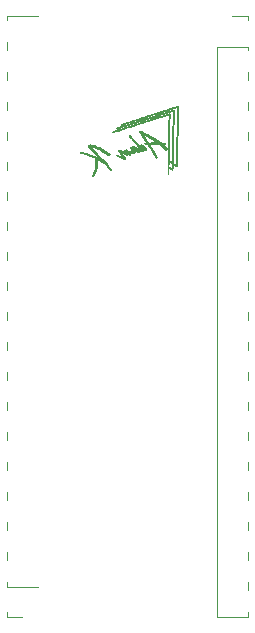
<source format=gbo>
G04 #@! TF.GenerationSoftware,KiCad,Pcbnew,(5.1.10)-1*
G04 #@! TF.CreationDate,2021-09-15T22:42:09+01:00*
G04 #@! TF.ProjectId,32u4-Pico,33327534-2d50-4696-936f-2e6b69636164,REV1*
G04 #@! TF.SameCoordinates,Original*
G04 #@! TF.FileFunction,Legend,Bot*
G04 #@! TF.FilePolarity,Positive*
%FSLAX46Y46*%
G04 Gerber Fmt 4.6, Leading zero omitted, Abs format (unit mm)*
G04 Created by KiCad (PCBNEW (5.1.10)-1) date 2021-09-15 22:42:09*
%MOMM*%
%LPD*%
G01*
G04 APERTURE LIST*
%ADD10C,0.010000*%
%ADD11C,0.120000*%
%ADD12O,1.802000X1.802000*%
%ADD13C,1.802000*%
%ADD14C,0.752000*%
%ADD15O,1.102000X2.202000*%
%ADD16O,1.102000X1.702000*%
G04 APERTURE END LIST*
D10*
G36*
X100442793Y-68293187D02*
G01*
X100433310Y-68296044D01*
X100379101Y-68325363D01*
X100335889Y-68364442D01*
X100312696Y-68404405D01*
X100310974Y-68416381D01*
X100320750Y-68464126D01*
X100351023Y-68524100D01*
X100403212Y-68598226D01*
X100478734Y-68688428D01*
X100579008Y-68796630D01*
X100629445Y-68848516D01*
X100727129Y-68948621D01*
X100819519Y-69044738D01*
X100903792Y-69133806D01*
X100977120Y-69212764D01*
X101036680Y-69278551D01*
X101079645Y-69328107D01*
X101103190Y-69358369D01*
X101106840Y-69365746D01*
X101103215Y-69369489D01*
X101089870Y-69368347D01*
X101063096Y-69361094D01*
X101019187Y-69346505D01*
X100954435Y-69323354D01*
X100865133Y-69290416D01*
X100759707Y-69251016D01*
X100621127Y-69199629D01*
X100474979Y-69146438D01*
X100330920Y-69094897D01*
X100198605Y-69048460D01*
X100087691Y-69010580D01*
X100082374Y-69008803D01*
X100033127Y-68993139D01*
X99962184Y-68971507D01*
X99880437Y-68947151D01*
X99798780Y-68923315D01*
X99728104Y-68903242D01*
X99725037Y-68902391D01*
X99668623Y-68894001D01*
X99623879Y-68899752D01*
X99595228Y-68915489D01*
X99587089Y-68937056D01*
X99603883Y-68960296D01*
X99643491Y-68979055D01*
X99681726Y-68992247D01*
X99740964Y-69013717D01*
X99810592Y-69039598D01*
X99836840Y-69049510D01*
X99917703Y-69077646D01*
X100002360Y-69103033D01*
X100075044Y-69121023D01*
X100087969Y-69123546D01*
X100188375Y-69147399D01*
X100309729Y-69185296D01*
X100443755Y-69234168D01*
X100582177Y-69290948D01*
X100716719Y-69352565D01*
X100750407Y-69369182D01*
X100940903Y-69464719D01*
X100928065Y-69527226D01*
X100923607Y-69567200D01*
X100920439Y-69632649D01*
X100918807Y-69715195D01*
X100918957Y-69806463D01*
X100919252Y-69826800D01*
X100917915Y-69980238D01*
X100907278Y-70121200D01*
X100885666Y-70257163D01*
X100851404Y-70395602D01*
X100802814Y-70543992D01*
X100738221Y-70709808D01*
X100702109Y-70795305D01*
X100677053Y-70856705D01*
X100658506Y-70908283D01*
X100649877Y-70940416D01*
X100649640Y-70943472D01*
X100659382Y-70967321D01*
X100684540Y-70967470D01*
X100719016Y-70946370D01*
X100756710Y-70906476D01*
X100763120Y-70897833D01*
X100830876Y-70788330D01*
X100897400Y-70653434D01*
X100959338Y-70501554D01*
X101013337Y-70341097D01*
X101056041Y-70180471D01*
X101064161Y-70143193D01*
X101076241Y-70063365D01*
X101084963Y-69961102D01*
X101089473Y-69847740D01*
X101089907Y-69801292D01*
X101091125Y-69716310D01*
X101094478Y-69645847D01*
X101099515Y-69596176D01*
X101105783Y-69573570D01*
X101106343Y-69573107D01*
X101122685Y-69570907D01*
X101150936Y-69579693D01*
X101194401Y-69601239D01*
X101256383Y-69637320D01*
X101340188Y-69689711D01*
X101423005Y-69743151D01*
X101492915Y-69790449D01*
X101560340Y-69840353D01*
X101629013Y-69896259D01*
X101702673Y-69961566D01*
X101785054Y-70039669D01*
X101879894Y-70133967D01*
X101990929Y-70247857D01*
X102078359Y-70339033D01*
X102145961Y-70407038D01*
X102197904Y-70453408D01*
X102232730Y-70477278D01*
X102248982Y-70477781D01*
X102245204Y-70454051D01*
X102235006Y-70432166D01*
X102215940Y-70401356D01*
X102181037Y-70350305D01*
X102134994Y-70285702D01*
X102082509Y-70214239D01*
X102073705Y-70202451D01*
X102014636Y-70121715D01*
X101974415Y-70061624D01*
X101950053Y-70016938D01*
X101938562Y-69982417D01*
X101936573Y-69961984D01*
X101934342Y-69936146D01*
X101924764Y-69912138D01*
X101903510Y-69884944D01*
X101866253Y-69849545D01*
X101808665Y-69800922D01*
X101771473Y-69770554D01*
X101703505Y-69711834D01*
X101617606Y-69632148D01*
X101518172Y-69535994D01*
X101409602Y-69427867D01*
X101296293Y-69312267D01*
X101182641Y-69193689D01*
X101073044Y-69076633D01*
X100971899Y-68965594D01*
X100883604Y-68865071D01*
X100866216Y-68844667D01*
X100773032Y-68731539D01*
X100704036Y-68640645D01*
X100658714Y-68571051D01*
X100636546Y-68521826D01*
X100637018Y-68492038D01*
X100659611Y-68480756D01*
X100664277Y-68480600D01*
X100699709Y-68487310D01*
X100758790Y-68505590D01*
X100834490Y-68532667D01*
X100919779Y-68565769D01*
X101007628Y-68602122D01*
X101091005Y-68638952D01*
X101162883Y-68673487D01*
X101191507Y-68688584D01*
X101437286Y-68831051D01*
X101665183Y-68979341D01*
X101881880Y-69136767D01*
X101943255Y-69180444D01*
X101988117Y-69202320D01*
X102024518Y-69203904D01*
X102060509Y-69186710D01*
X102078223Y-69173637D01*
X102110516Y-69142444D01*
X102120907Y-69113162D01*
X102107374Y-69081787D01*
X102067892Y-69044314D01*
X102000440Y-68996736D01*
X101983211Y-68985524D01*
X101907219Y-68936119D01*
X101827348Y-68883562D01*
X101757575Y-68837066D01*
X101739663Y-68824972D01*
X101623106Y-68750638D01*
X101494048Y-68676549D01*
X101356566Y-68604356D01*
X101214738Y-68535710D01*
X101072642Y-68472261D01*
X100934355Y-68415662D01*
X100803956Y-68367562D01*
X100685523Y-68329614D01*
X100583133Y-68303468D01*
X100500864Y-68290775D01*
X100442793Y-68293187D01*
G37*
X100442793Y-68293187D02*
X100433310Y-68296044D01*
X100379101Y-68325363D01*
X100335889Y-68364442D01*
X100312696Y-68404405D01*
X100310974Y-68416381D01*
X100320750Y-68464126D01*
X100351023Y-68524100D01*
X100403212Y-68598226D01*
X100478734Y-68688428D01*
X100579008Y-68796630D01*
X100629445Y-68848516D01*
X100727129Y-68948621D01*
X100819519Y-69044738D01*
X100903792Y-69133806D01*
X100977120Y-69212764D01*
X101036680Y-69278551D01*
X101079645Y-69328107D01*
X101103190Y-69358369D01*
X101106840Y-69365746D01*
X101103215Y-69369489D01*
X101089870Y-69368347D01*
X101063096Y-69361094D01*
X101019187Y-69346505D01*
X100954435Y-69323354D01*
X100865133Y-69290416D01*
X100759707Y-69251016D01*
X100621127Y-69199629D01*
X100474979Y-69146438D01*
X100330920Y-69094897D01*
X100198605Y-69048460D01*
X100087691Y-69010580D01*
X100082374Y-69008803D01*
X100033127Y-68993139D01*
X99962184Y-68971507D01*
X99880437Y-68947151D01*
X99798780Y-68923315D01*
X99728104Y-68903242D01*
X99725037Y-68902391D01*
X99668623Y-68894001D01*
X99623879Y-68899752D01*
X99595228Y-68915489D01*
X99587089Y-68937056D01*
X99603883Y-68960296D01*
X99643491Y-68979055D01*
X99681726Y-68992247D01*
X99740964Y-69013717D01*
X99810592Y-69039598D01*
X99836840Y-69049510D01*
X99917703Y-69077646D01*
X100002360Y-69103033D01*
X100075044Y-69121023D01*
X100087969Y-69123546D01*
X100188375Y-69147399D01*
X100309729Y-69185296D01*
X100443755Y-69234168D01*
X100582177Y-69290948D01*
X100716719Y-69352565D01*
X100750407Y-69369182D01*
X100940903Y-69464719D01*
X100928065Y-69527226D01*
X100923607Y-69567200D01*
X100920439Y-69632649D01*
X100918807Y-69715195D01*
X100918957Y-69806463D01*
X100919252Y-69826800D01*
X100917915Y-69980238D01*
X100907278Y-70121200D01*
X100885666Y-70257163D01*
X100851404Y-70395602D01*
X100802814Y-70543992D01*
X100738221Y-70709808D01*
X100702109Y-70795305D01*
X100677053Y-70856705D01*
X100658506Y-70908283D01*
X100649877Y-70940416D01*
X100649640Y-70943472D01*
X100659382Y-70967321D01*
X100684540Y-70967470D01*
X100719016Y-70946370D01*
X100756710Y-70906476D01*
X100763120Y-70897833D01*
X100830876Y-70788330D01*
X100897400Y-70653434D01*
X100959338Y-70501554D01*
X101013337Y-70341097D01*
X101056041Y-70180471D01*
X101064161Y-70143193D01*
X101076241Y-70063365D01*
X101084963Y-69961102D01*
X101089473Y-69847740D01*
X101089907Y-69801292D01*
X101091125Y-69716310D01*
X101094478Y-69645847D01*
X101099515Y-69596176D01*
X101105783Y-69573570D01*
X101106343Y-69573107D01*
X101122685Y-69570907D01*
X101150936Y-69579693D01*
X101194401Y-69601239D01*
X101256383Y-69637320D01*
X101340188Y-69689711D01*
X101423005Y-69743151D01*
X101492915Y-69790449D01*
X101560340Y-69840353D01*
X101629013Y-69896259D01*
X101702673Y-69961566D01*
X101785054Y-70039669D01*
X101879894Y-70133967D01*
X101990929Y-70247857D01*
X102078359Y-70339033D01*
X102145961Y-70407038D01*
X102197904Y-70453408D01*
X102232730Y-70477278D01*
X102248982Y-70477781D01*
X102245204Y-70454051D01*
X102235006Y-70432166D01*
X102215940Y-70401356D01*
X102181037Y-70350305D01*
X102134994Y-70285702D01*
X102082509Y-70214239D01*
X102073705Y-70202451D01*
X102014636Y-70121715D01*
X101974415Y-70061624D01*
X101950053Y-70016938D01*
X101938562Y-69982417D01*
X101936573Y-69961984D01*
X101934342Y-69936146D01*
X101924764Y-69912138D01*
X101903510Y-69884944D01*
X101866253Y-69849545D01*
X101808665Y-69800922D01*
X101771473Y-69770554D01*
X101703505Y-69711834D01*
X101617606Y-69632148D01*
X101518172Y-69535994D01*
X101409602Y-69427867D01*
X101296293Y-69312267D01*
X101182641Y-69193689D01*
X101073044Y-69076633D01*
X100971899Y-68965594D01*
X100883604Y-68865071D01*
X100866216Y-68844667D01*
X100773032Y-68731539D01*
X100704036Y-68640645D01*
X100658714Y-68571051D01*
X100636546Y-68521826D01*
X100637018Y-68492038D01*
X100659611Y-68480756D01*
X100664277Y-68480600D01*
X100699709Y-68487310D01*
X100758790Y-68505590D01*
X100834490Y-68532667D01*
X100919779Y-68565769D01*
X101007628Y-68602122D01*
X101091005Y-68638952D01*
X101162883Y-68673487D01*
X101191507Y-68688584D01*
X101437286Y-68831051D01*
X101665183Y-68979341D01*
X101881880Y-69136767D01*
X101943255Y-69180444D01*
X101988117Y-69202320D01*
X102024518Y-69203904D01*
X102060509Y-69186710D01*
X102078223Y-69173637D01*
X102110516Y-69142444D01*
X102120907Y-69113162D01*
X102107374Y-69081787D01*
X102067892Y-69044314D01*
X102000440Y-68996736D01*
X101983211Y-68985524D01*
X101907219Y-68936119D01*
X101827348Y-68883562D01*
X101757575Y-68837066D01*
X101739663Y-68824972D01*
X101623106Y-68750638D01*
X101494048Y-68676549D01*
X101356566Y-68604356D01*
X101214738Y-68535710D01*
X101072642Y-68472261D01*
X100934355Y-68415662D01*
X100803956Y-68367562D01*
X100685523Y-68329614D01*
X100583133Y-68303468D01*
X100500864Y-68290775D01*
X100442793Y-68293187D01*
G36*
X107839536Y-65048808D02*
G01*
X107753689Y-65071819D01*
X107636440Y-65107167D01*
X107581263Y-65124595D01*
X107482443Y-65156110D01*
X107358658Y-65195551D01*
X107217221Y-65240592D01*
X107065445Y-65288902D01*
X106910643Y-65338155D01*
X106760128Y-65386023D01*
X106720240Y-65398703D01*
X106576561Y-65444416D01*
X106430458Y-65490968D01*
X106288392Y-65536297D01*
X106156823Y-65578339D01*
X106042211Y-65615031D01*
X105951016Y-65644310D01*
X105924373Y-65652893D01*
X105870400Y-65670224D01*
X105787446Y-65696753D01*
X105678810Y-65731432D01*
X105547789Y-65773210D01*
X105397682Y-65821040D01*
X105231788Y-65873871D01*
X105053404Y-65930655D01*
X104865830Y-65990343D01*
X104672362Y-66051885D01*
X104476300Y-66114232D01*
X104280942Y-66176336D01*
X104089587Y-66237146D01*
X103905531Y-66295615D01*
X103732075Y-66350692D01*
X103572515Y-66401329D01*
X103430151Y-66446476D01*
X103308280Y-66485085D01*
X103274307Y-66495838D01*
X103187453Y-66524954D01*
X103119396Y-66551075D01*
X103074821Y-66572240D01*
X103058463Y-66586138D01*
X103068842Y-66608471D01*
X103099955Y-66639913D01*
X103124943Y-66659273D01*
X103161770Y-66688009D01*
X103180476Y-66708321D01*
X103179920Y-66714135D01*
X103158931Y-66720783D01*
X103111799Y-66735652D01*
X103044688Y-66756798D01*
X102963762Y-66782279D01*
X102927831Y-66793588D01*
X102843832Y-66821069D01*
X102772139Y-66846510D01*
X102718633Y-66867669D01*
X102689199Y-66882302D01*
X102685423Y-66885984D01*
X102694521Y-66905310D01*
X102724359Y-66935015D01*
X102749140Y-66954484D01*
X102789082Y-66985847D01*
X102814504Y-67010471D01*
X102819267Y-67018715D01*
X102804151Y-67028335D01*
X102762227Y-67045723D01*
X102699088Y-67068786D01*
X102620325Y-67095433D01*
X102577093Y-67109362D01*
X102469694Y-67144885D01*
X102394200Y-67173304D01*
X102349508Y-67195081D01*
X102334512Y-67210680D01*
X102334507Y-67210908D01*
X102334804Y-67222446D01*
X102337209Y-67231673D01*
X102343995Y-67237983D01*
X102357431Y-67240774D01*
X102379791Y-67239440D01*
X102413344Y-67233378D01*
X102460363Y-67221983D01*
X102523119Y-67204652D01*
X102603883Y-67180779D01*
X102704927Y-67149761D01*
X102828522Y-67110994D01*
X102976940Y-67063872D01*
X103152451Y-67007793D01*
X103357328Y-66942152D01*
X103418240Y-66922625D01*
X103650843Y-66848179D01*
X103369574Y-66848179D01*
X103369428Y-66850190D01*
X103350687Y-66858679D01*
X103307267Y-66874745D01*
X103246810Y-66895850D01*
X103176956Y-66919455D01*
X103105348Y-66943021D01*
X103039626Y-66964010D01*
X102987433Y-66979882D01*
X102956408Y-66988099D01*
X102952573Y-66988682D01*
X102923580Y-66979738D01*
X102884446Y-66955599D01*
X102876373Y-66949353D01*
X102845744Y-66921098D01*
X102841714Y-66905213D01*
X102850973Y-66899583D01*
X102876390Y-66891256D01*
X102926815Y-66875108D01*
X102994947Y-66853467D01*
X103073478Y-66828662D01*
X103270583Y-66766566D01*
X103323037Y-66805347D01*
X103354962Y-66831365D01*
X103369574Y-66848179D01*
X103650843Y-66848179D01*
X103747542Y-66817230D01*
X104101776Y-66704180D01*
X104482798Y-66582884D01*
X104892463Y-66452752D01*
X105331707Y-66313485D01*
X105412510Y-66287841D01*
X105519117Y-66253938D01*
X105645075Y-66213834D01*
X105783931Y-66169583D01*
X105929232Y-66123241D01*
X106074523Y-66076866D01*
X106127574Y-66059922D01*
X106329277Y-65995509D01*
X106501144Y-65940692D01*
X106645589Y-65894736D01*
X106765029Y-65856905D01*
X106861880Y-65826466D01*
X106938556Y-65802683D01*
X106997474Y-65784822D01*
X107041050Y-65772146D01*
X107071699Y-65763923D01*
X107091836Y-65759416D01*
X107103879Y-65757892D01*
X107110242Y-65758614D01*
X107112773Y-65760222D01*
X107114491Y-65778766D01*
X107115319Y-65827810D01*
X107115294Y-65904001D01*
X107114452Y-66003985D01*
X107112832Y-66124408D01*
X107110471Y-66261917D01*
X107107405Y-66413157D01*
X107103762Y-66571105D01*
X107092318Y-67045406D01*
X107081774Y-67493570D01*
X107072137Y-67915093D01*
X107063416Y-68309467D01*
X107055620Y-68676185D01*
X107048756Y-69014742D01*
X107042834Y-69324631D01*
X107037861Y-69605345D01*
X107033847Y-69856377D01*
X107030799Y-70077222D01*
X107028726Y-70267373D01*
X107027637Y-70426323D01*
X107027541Y-70553565D01*
X107028444Y-70648594D01*
X107030357Y-70710903D01*
X107033287Y-70739985D01*
X107034116Y-70741933D01*
X107063109Y-70765056D01*
X107088446Y-70756766D01*
X107089951Y-70755311D01*
X107093857Y-70735286D01*
X107097178Y-70687526D01*
X107099657Y-70618159D01*
X107101039Y-70533316D01*
X107101240Y-70484378D01*
X107101797Y-70394944D01*
X107103334Y-70318826D01*
X107105649Y-70261812D01*
X107108539Y-70229691D01*
X107110301Y-70224733D01*
X107126692Y-70234320D01*
X107164067Y-70260277D01*
X107216508Y-70298402D01*
X107265789Y-70335182D01*
X107326981Y-70379627D01*
X107379169Y-70414360D01*
X107416050Y-70435379D01*
X107430295Y-70439635D01*
X107438156Y-70420479D01*
X107445279Y-70370302D01*
X107451386Y-70291946D01*
X107456198Y-70188253D01*
X107456840Y-70169138D01*
X107465307Y-69904635D01*
X107623617Y-70024061D01*
X107702285Y-70081106D01*
X107757412Y-70115659D01*
X107790161Y-70128396D01*
X107799298Y-70126116D01*
X107803447Y-70105374D01*
X107807869Y-70051905D01*
X107812522Y-69966845D01*
X107817364Y-69851334D01*
X107822353Y-69706507D01*
X107827447Y-69533504D01*
X107832605Y-69333460D01*
X107837785Y-69107515D01*
X107839125Y-69044906D01*
X107847364Y-68655698D01*
X107854984Y-68298201D01*
X107862034Y-67970267D01*
X107868563Y-67669746D01*
X107874622Y-67394489D01*
X107880259Y-67142348D01*
X107885523Y-66911174D01*
X107890465Y-66698817D01*
X107895133Y-66503129D01*
X107899578Y-66321962D01*
X107903847Y-66153165D01*
X107907992Y-65994590D01*
X107912061Y-65844089D01*
X107915918Y-65706069D01*
X107920992Y-65511038D01*
X107924185Y-65349756D01*
X107925497Y-65222157D01*
X107925349Y-65197699D01*
X107843336Y-65197699D01*
X107842041Y-65260435D01*
X107838562Y-65351697D01*
X107838284Y-65358435D01*
X107836375Y-65413644D01*
X107833911Y-65499472D01*
X107830966Y-65612678D01*
X107827615Y-65750022D01*
X107823930Y-65908261D01*
X107819987Y-66084155D01*
X107815859Y-66274463D01*
X107811621Y-66475942D01*
X107807345Y-66685353D01*
X107803148Y-66897333D01*
X107798662Y-67124417D01*
X107793960Y-67356531D01*
X107789142Y-67589178D01*
X107784304Y-67817858D01*
X107779545Y-68038072D01*
X107774963Y-68245321D01*
X107770655Y-68435105D01*
X107766720Y-68602927D01*
X107763256Y-68744287D01*
X107761318Y-68819267D01*
X107757382Y-68975243D01*
X107753778Y-69133110D01*
X107750624Y-69286562D01*
X107748038Y-69429295D01*
X107746135Y-69555002D01*
X107745032Y-69657377D01*
X107744800Y-69709678D01*
X107744147Y-69802402D01*
X107742402Y-69882905D01*
X107739788Y-69945242D01*
X107736528Y-69983464D01*
X107734206Y-69992523D01*
X107717222Y-69987408D01*
X107679910Y-69965184D01*
X107628480Y-69929783D01*
X107590471Y-69901602D01*
X107504812Y-69836395D01*
X107372173Y-69836395D01*
X107372173Y-70310621D01*
X107316598Y-70271910D01*
X107270353Y-70238926D01*
X107213540Y-70197378D01*
X107182036Y-70173933D01*
X107103049Y-70114667D01*
X107112967Y-69886067D01*
X107116750Y-69802196D01*
X107120208Y-69731676D01*
X107123011Y-69680781D01*
X107124830Y-69655788D01*
X107125105Y-69654302D01*
X107138580Y-69662370D01*
X107172836Y-69686638D01*
X107221763Y-69722718D01*
X107249750Y-69743766D01*
X107372173Y-69836395D01*
X107504812Y-69836395D01*
X107457237Y-69800180D01*
X107466124Y-69627223D01*
X107467731Y-69585564D01*
X107469928Y-69512671D01*
X107472653Y-69411172D01*
X107475846Y-69283693D01*
X107479448Y-69132862D01*
X107483398Y-68961305D01*
X107487635Y-68771649D01*
X107492101Y-68566521D01*
X107496735Y-68348548D01*
X107501476Y-68120358D01*
X107506264Y-67884576D01*
X107507890Y-67803266D01*
X107512785Y-67559044D01*
X107517699Y-67316993D01*
X107522563Y-67080235D01*
X107527311Y-66851891D01*
X107531877Y-66635083D01*
X107536193Y-66432931D01*
X107540193Y-66248559D01*
X107543811Y-66085085D01*
X107546979Y-65945633D01*
X107549631Y-65833323D01*
X107551701Y-65751276D01*
X107551960Y-65741633D01*
X107555250Y-65609154D01*
X107556940Y-65507560D01*
X107470423Y-65507560D01*
X107470111Y-65588212D01*
X107468996Y-65697197D01*
X107467112Y-65832675D01*
X107464494Y-65992804D01*
X107461176Y-66175745D01*
X107457194Y-66379656D01*
X107452580Y-66602697D01*
X107447370Y-66843028D01*
X107441598Y-67098808D01*
X107435298Y-67368196D01*
X107428506Y-67649352D01*
X107423004Y-67871000D01*
X107418590Y-68052008D01*
X107413860Y-68255141D01*
X107409045Y-68469827D01*
X107404377Y-68685497D01*
X107400089Y-68891580D01*
X107396410Y-69077504D01*
X107395473Y-69127074D01*
X107383886Y-69748147D01*
X107251030Y-69647013D01*
X107184139Y-69593688D01*
X107142365Y-69553913D01*
X107121886Y-69523638D01*
X107118174Y-69506241D01*
X107118590Y-69480987D01*
X107119776Y-69425752D01*
X107121642Y-69344412D01*
X107124094Y-69240842D01*
X107127040Y-69118917D01*
X107130389Y-68982512D01*
X107134049Y-68835503D01*
X107135152Y-68791569D01*
X107137751Y-68685952D01*
X107140824Y-68557312D01*
X107144304Y-68408622D01*
X107148127Y-68242858D01*
X107152227Y-68062995D01*
X107156540Y-67872008D01*
X107161001Y-67672871D01*
X107165544Y-67468560D01*
X107170104Y-67262050D01*
X107174617Y-67056315D01*
X107179018Y-66854330D01*
X107183241Y-66659071D01*
X107187222Y-66473513D01*
X107190895Y-66300629D01*
X107194195Y-66143396D01*
X107197058Y-66004789D01*
X107199419Y-65887781D01*
X107201212Y-65795349D01*
X107202372Y-65730467D01*
X107202835Y-65696110D01*
X107202840Y-65694175D01*
X107193383Y-65660232D01*
X107175557Y-65652733D01*
X107154691Y-65657745D01*
X107104774Y-65672111D01*
X107028999Y-65694832D01*
X106930559Y-65724906D01*
X106812649Y-65761330D01*
X106678461Y-65803104D01*
X106531189Y-65849227D01*
X106374025Y-65898696D01*
X106210163Y-65950512D01*
X106042797Y-66003671D01*
X105875119Y-66057173D01*
X105710324Y-66110017D01*
X105551603Y-66161200D01*
X105475640Y-66185817D01*
X105400114Y-66210199D01*
X105298734Y-66242722D01*
X105177942Y-66281332D01*
X105044177Y-66323973D01*
X104903882Y-66368589D01*
X104763497Y-66413127D01*
X104730574Y-66423554D01*
X104581261Y-66470894D01*
X104421649Y-66521612D01*
X104260208Y-66573009D01*
X104105408Y-66622387D01*
X103965716Y-66667047D01*
X103849604Y-66704289D01*
X103846654Y-66705237D01*
X103479200Y-66823399D01*
X103427437Y-66785129D01*
X103397439Y-66757980D01*
X103386981Y-66737888D01*
X103388491Y-66734747D01*
X103406849Y-66727238D01*
X103454156Y-66710673D01*
X103527051Y-66686153D01*
X103622176Y-66654782D01*
X103736172Y-66617663D01*
X103865680Y-66575897D01*
X104007340Y-66530588D01*
X104104040Y-66499856D01*
X104270649Y-66447006D01*
X104443283Y-66392188D01*
X104615739Y-66337374D01*
X104781817Y-66284538D01*
X104935316Y-66235652D01*
X105070035Y-66192690D01*
X105179773Y-66157625D01*
X105196240Y-66152353D01*
X105312418Y-66115199D01*
X105452999Y-66070325D01*
X105610101Y-66020241D01*
X105775842Y-65967458D01*
X105942341Y-65914488D01*
X106101717Y-65863840D01*
X106152974Y-65847565D01*
X106306765Y-65798701D01*
X106469157Y-65747018D01*
X106632536Y-65694946D01*
X106789287Y-65644915D01*
X106931794Y-65599354D01*
X107052442Y-65560693D01*
X107089955Y-65548643D01*
X107195786Y-65515107D01*
X107290565Y-65486001D01*
X107369654Y-65462675D01*
X107428418Y-65446476D01*
X107462218Y-65438751D01*
X107468501Y-65438616D01*
X107469898Y-65457081D01*
X107470423Y-65507560D01*
X107556940Y-65507560D01*
X107556949Y-65507059D01*
X107556966Y-65431898D01*
X107555212Y-65380222D01*
X107551597Y-65348581D01*
X107546030Y-65333526D01*
X107541248Y-65331000D01*
X107537075Y-65331152D01*
X107531204Y-65331969D01*
X107521915Y-65333994D01*
X107507487Y-65337767D01*
X107486198Y-65343831D01*
X107456329Y-65352727D01*
X107416159Y-65364997D01*
X107363966Y-65381183D01*
X107298031Y-65401827D01*
X107216632Y-65427470D01*
X107118050Y-65458653D01*
X107000562Y-65495920D01*
X106862448Y-65539811D01*
X106701989Y-65590868D01*
X106517462Y-65649633D01*
X106307148Y-65716649D01*
X106069325Y-65792455D01*
X105802273Y-65877595D01*
X105577240Y-65949344D01*
X105256594Y-66051564D01*
X104966710Y-66143940D01*
X104706091Y-66226945D01*
X104473242Y-66301048D01*
X104266665Y-66366722D01*
X104084865Y-66424436D01*
X103926346Y-66474663D01*
X103789611Y-66517872D01*
X103673164Y-66554536D01*
X103575509Y-66585126D01*
X103495150Y-66610112D01*
X103430590Y-66629965D01*
X103380334Y-66645157D01*
X103342884Y-66656159D01*
X103316746Y-66663441D01*
X103300422Y-66667476D01*
X103292417Y-66668733D01*
X103292369Y-66668733D01*
X103264831Y-66658967D01*
X103229978Y-66636322D01*
X103188775Y-66603912D01*
X103244241Y-66586498D01*
X103273115Y-66577356D01*
X103330122Y-66559238D01*
X103411129Y-66533462D01*
X103512004Y-66501343D01*
X103628615Y-66464196D01*
X103756828Y-66423337D01*
X103866974Y-66388225D01*
X104011567Y-66342149D01*
X104156685Y-66295950D01*
X104296444Y-66251498D01*
X104424963Y-66210662D01*
X104536361Y-66175311D01*
X104624756Y-66147314D01*
X104662840Y-66135286D01*
X104736785Y-66111908D01*
X104836851Y-66080182D01*
X104956896Y-66042058D01*
X105090780Y-65999489D01*
X105232361Y-65954427D01*
X105375497Y-65908823D01*
X105433307Y-65890391D01*
X105671144Y-65814540D01*
X105879960Y-65747948D01*
X106063002Y-65689581D01*
X106223513Y-65638406D01*
X106364740Y-65593388D01*
X106489926Y-65553495D01*
X106602316Y-65517693D01*
X106705157Y-65484948D01*
X106801691Y-65454227D01*
X106895165Y-65424496D01*
X106988823Y-65394721D01*
X107085911Y-65363870D01*
X107189672Y-65330908D01*
X107253640Y-65310591D01*
X107382865Y-65269573D01*
X107502644Y-65231597D01*
X107608928Y-65197944D01*
X107697667Y-65169895D01*
X107764812Y-65148731D01*
X107806314Y-65135731D01*
X107817527Y-65132293D01*
X107829544Y-65130787D01*
X107837545Y-65137862D01*
X107841990Y-65158504D01*
X107843336Y-65197699D01*
X107925349Y-65197699D01*
X107924927Y-65128177D01*
X107922475Y-65067749D01*
X107918143Y-65040809D01*
X107917385Y-65039705D01*
X107894072Y-65038111D01*
X107839536Y-65048808D01*
G37*
X107839536Y-65048808D02*
X107753689Y-65071819D01*
X107636440Y-65107167D01*
X107581263Y-65124595D01*
X107482443Y-65156110D01*
X107358658Y-65195551D01*
X107217221Y-65240592D01*
X107065445Y-65288902D01*
X106910643Y-65338155D01*
X106760128Y-65386023D01*
X106720240Y-65398703D01*
X106576561Y-65444416D01*
X106430458Y-65490968D01*
X106288392Y-65536297D01*
X106156823Y-65578339D01*
X106042211Y-65615031D01*
X105951016Y-65644310D01*
X105924373Y-65652893D01*
X105870400Y-65670224D01*
X105787446Y-65696753D01*
X105678810Y-65731432D01*
X105547789Y-65773210D01*
X105397682Y-65821040D01*
X105231788Y-65873871D01*
X105053404Y-65930655D01*
X104865830Y-65990343D01*
X104672362Y-66051885D01*
X104476300Y-66114232D01*
X104280942Y-66176336D01*
X104089587Y-66237146D01*
X103905531Y-66295615D01*
X103732075Y-66350692D01*
X103572515Y-66401329D01*
X103430151Y-66446476D01*
X103308280Y-66485085D01*
X103274307Y-66495838D01*
X103187453Y-66524954D01*
X103119396Y-66551075D01*
X103074821Y-66572240D01*
X103058463Y-66586138D01*
X103068842Y-66608471D01*
X103099955Y-66639913D01*
X103124943Y-66659273D01*
X103161770Y-66688009D01*
X103180476Y-66708321D01*
X103179920Y-66714135D01*
X103158931Y-66720783D01*
X103111799Y-66735652D01*
X103044688Y-66756798D01*
X102963762Y-66782279D01*
X102927831Y-66793588D01*
X102843832Y-66821069D01*
X102772139Y-66846510D01*
X102718633Y-66867669D01*
X102689199Y-66882302D01*
X102685423Y-66885984D01*
X102694521Y-66905310D01*
X102724359Y-66935015D01*
X102749140Y-66954484D01*
X102789082Y-66985847D01*
X102814504Y-67010471D01*
X102819267Y-67018715D01*
X102804151Y-67028335D01*
X102762227Y-67045723D01*
X102699088Y-67068786D01*
X102620325Y-67095433D01*
X102577093Y-67109362D01*
X102469694Y-67144885D01*
X102394200Y-67173304D01*
X102349508Y-67195081D01*
X102334512Y-67210680D01*
X102334507Y-67210908D01*
X102334804Y-67222446D01*
X102337209Y-67231673D01*
X102343995Y-67237983D01*
X102357431Y-67240774D01*
X102379791Y-67239440D01*
X102413344Y-67233378D01*
X102460363Y-67221983D01*
X102523119Y-67204652D01*
X102603883Y-67180779D01*
X102704927Y-67149761D01*
X102828522Y-67110994D01*
X102976940Y-67063872D01*
X103152451Y-67007793D01*
X103357328Y-66942152D01*
X103418240Y-66922625D01*
X103650843Y-66848179D01*
X103369574Y-66848179D01*
X103369428Y-66850190D01*
X103350687Y-66858679D01*
X103307267Y-66874745D01*
X103246810Y-66895850D01*
X103176956Y-66919455D01*
X103105348Y-66943021D01*
X103039626Y-66964010D01*
X102987433Y-66979882D01*
X102956408Y-66988099D01*
X102952573Y-66988682D01*
X102923580Y-66979738D01*
X102884446Y-66955599D01*
X102876373Y-66949353D01*
X102845744Y-66921098D01*
X102841714Y-66905213D01*
X102850973Y-66899583D01*
X102876390Y-66891256D01*
X102926815Y-66875108D01*
X102994947Y-66853467D01*
X103073478Y-66828662D01*
X103270583Y-66766566D01*
X103323037Y-66805347D01*
X103354962Y-66831365D01*
X103369574Y-66848179D01*
X103650843Y-66848179D01*
X103747542Y-66817230D01*
X104101776Y-66704180D01*
X104482798Y-66582884D01*
X104892463Y-66452752D01*
X105331707Y-66313485D01*
X105412510Y-66287841D01*
X105519117Y-66253938D01*
X105645075Y-66213834D01*
X105783931Y-66169583D01*
X105929232Y-66123241D01*
X106074523Y-66076866D01*
X106127574Y-66059922D01*
X106329277Y-65995509D01*
X106501144Y-65940692D01*
X106645589Y-65894736D01*
X106765029Y-65856905D01*
X106861880Y-65826466D01*
X106938556Y-65802683D01*
X106997474Y-65784822D01*
X107041050Y-65772146D01*
X107071699Y-65763923D01*
X107091836Y-65759416D01*
X107103879Y-65757892D01*
X107110242Y-65758614D01*
X107112773Y-65760222D01*
X107114491Y-65778766D01*
X107115319Y-65827810D01*
X107115294Y-65904001D01*
X107114452Y-66003985D01*
X107112832Y-66124408D01*
X107110471Y-66261917D01*
X107107405Y-66413157D01*
X107103762Y-66571105D01*
X107092318Y-67045406D01*
X107081774Y-67493570D01*
X107072137Y-67915093D01*
X107063416Y-68309467D01*
X107055620Y-68676185D01*
X107048756Y-69014742D01*
X107042834Y-69324631D01*
X107037861Y-69605345D01*
X107033847Y-69856377D01*
X107030799Y-70077222D01*
X107028726Y-70267373D01*
X107027637Y-70426323D01*
X107027541Y-70553565D01*
X107028444Y-70648594D01*
X107030357Y-70710903D01*
X107033287Y-70739985D01*
X107034116Y-70741933D01*
X107063109Y-70765056D01*
X107088446Y-70756766D01*
X107089951Y-70755311D01*
X107093857Y-70735286D01*
X107097178Y-70687526D01*
X107099657Y-70618159D01*
X107101039Y-70533316D01*
X107101240Y-70484378D01*
X107101797Y-70394944D01*
X107103334Y-70318826D01*
X107105649Y-70261812D01*
X107108539Y-70229691D01*
X107110301Y-70224733D01*
X107126692Y-70234320D01*
X107164067Y-70260277D01*
X107216508Y-70298402D01*
X107265789Y-70335182D01*
X107326981Y-70379627D01*
X107379169Y-70414360D01*
X107416050Y-70435379D01*
X107430295Y-70439635D01*
X107438156Y-70420479D01*
X107445279Y-70370302D01*
X107451386Y-70291946D01*
X107456198Y-70188253D01*
X107456840Y-70169138D01*
X107465307Y-69904635D01*
X107623617Y-70024061D01*
X107702285Y-70081106D01*
X107757412Y-70115659D01*
X107790161Y-70128396D01*
X107799298Y-70126116D01*
X107803447Y-70105374D01*
X107807869Y-70051905D01*
X107812522Y-69966845D01*
X107817364Y-69851334D01*
X107822353Y-69706507D01*
X107827447Y-69533504D01*
X107832605Y-69333460D01*
X107837785Y-69107515D01*
X107839125Y-69044906D01*
X107847364Y-68655698D01*
X107854984Y-68298201D01*
X107862034Y-67970267D01*
X107868563Y-67669746D01*
X107874622Y-67394489D01*
X107880259Y-67142348D01*
X107885523Y-66911174D01*
X107890465Y-66698817D01*
X107895133Y-66503129D01*
X107899578Y-66321962D01*
X107903847Y-66153165D01*
X107907992Y-65994590D01*
X107912061Y-65844089D01*
X107915918Y-65706069D01*
X107920992Y-65511038D01*
X107924185Y-65349756D01*
X107925497Y-65222157D01*
X107925349Y-65197699D01*
X107843336Y-65197699D01*
X107842041Y-65260435D01*
X107838562Y-65351697D01*
X107838284Y-65358435D01*
X107836375Y-65413644D01*
X107833911Y-65499472D01*
X107830966Y-65612678D01*
X107827615Y-65750022D01*
X107823930Y-65908261D01*
X107819987Y-66084155D01*
X107815859Y-66274463D01*
X107811621Y-66475942D01*
X107807345Y-66685353D01*
X107803148Y-66897333D01*
X107798662Y-67124417D01*
X107793960Y-67356531D01*
X107789142Y-67589178D01*
X107784304Y-67817858D01*
X107779545Y-68038072D01*
X107774963Y-68245321D01*
X107770655Y-68435105D01*
X107766720Y-68602927D01*
X107763256Y-68744287D01*
X107761318Y-68819267D01*
X107757382Y-68975243D01*
X107753778Y-69133110D01*
X107750624Y-69286562D01*
X107748038Y-69429295D01*
X107746135Y-69555002D01*
X107745032Y-69657377D01*
X107744800Y-69709678D01*
X107744147Y-69802402D01*
X107742402Y-69882905D01*
X107739788Y-69945242D01*
X107736528Y-69983464D01*
X107734206Y-69992523D01*
X107717222Y-69987408D01*
X107679910Y-69965184D01*
X107628480Y-69929783D01*
X107590471Y-69901602D01*
X107504812Y-69836395D01*
X107372173Y-69836395D01*
X107372173Y-70310621D01*
X107316598Y-70271910D01*
X107270353Y-70238926D01*
X107213540Y-70197378D01*
X107182036Y-70173933D01*
X107103049Y-70114667D01*
X107112967Y-69886067D01*
X107116750Y-69802196D01*
X107120208Y-69731676D01*
X107123011Y-69680781D01*
X107124830Y-69655788D01*
X107125105Y-69654302D01*
X107138580Y-69662370D01*
X107172836Y-69686638D01*
X107221763Y-69722718D01*
X107249750Y-69743766D01*
X107372173Y-69836395D01*
X107504812Y-69836395D01*
X107457237Y-69800180D01*
X107466124Y-69627223D01*
X107467731Y-69585564D01*
X107469928Y-69512671D01*
X107472653Y-69411172D01*
X107475846Y-69283693D01*
X107479448Y-69132862D01*
X107483398Y-68961305D01*
X107487635Y-68771649D01*
X107492101Y-68566521D01*
X107496735Y-68348548D01*
X107501476Y-68120358D01*
X107506264Y-67884576D01*
X107507890Y-67803266D01*
X107512785Y-67559044D01*
X107517699Y-67316993D01*
X107522563Y-67080235D01*
X107527311Y-66851891D01*
X107531877Y-66635083D01*
X107536193Y-66432931D01*
X107540193Y-66248559D01*
X107543811Y-66085085D01*
X107546979Y-65945633D01*
X107549631Y-65833323D01*
X107551701Y-65751276D01*
X107551960Y-65741633D01*
X107555250Y-65609154D01*
X107556940Y-65507560D01*
X107470423Y-65507560D01*
X107470111Y-65588212D01*
X107468996Y-65697197D01*
X107467112Y-65832675D01*
X107464494Y-65992804D01*
X107461176Y-66175745D01*
X107457194Y-66379656D01*
X107452580Y-66602697D01*
X107447370Y-66843028D01*
X107441598Y-67098808D01*
X107435298Y-67368196D01*
X107428506Y-67649352D01*
X107423004Y-67871000D01*
X107418590Y-68052008D01*
X107413860Y-68255141D01*
X107409045Y-68469827D01*
X107404377Y-68685497D01*
X107400089Y-68891580D01*
X107396410Y-69077504D01*
X107395473Y-69127074D01*
X107383886Y-69748147D01*
X107251030Y-69647013D01*
X107184139Y-69593688D01*
X107142365Y-69553913D01*
X107121886Y-69523638D01*
X107118174Y-69506241D01*
X107118590Y-69480987D01*
X107119776Y-69425752D01*
X107121642Y-69344412D01*
X107124094Y-69240842D01*
X107127040Y-69118917D01*
X107130389Y-68982512D01*
X107134049Y-68835503D01*
X107135152Y-68791569D01*
X107137751Y-68685952D01*
X107140824Y-68557312D01*
X107144304Y-68408622D01*
X107148127Y-68242858D01*
X107152227Y-68062995D01*
X107156540Y-67872008D01*
X107161001Y-67672871D01*
X107165544Y-67468560D01*
X107170104Y-67262050D01*
X107174617Y-67056315D01*
X107179018Y-66854330D01*
X107183241Y-66659071D01*
X107187222Y-66473513D01*
X107190895Y-66300629D01*
X107194195Y-66143396D01*
X107197058Y-66004789D01*
X107199419Y-65887781D01*
X107201212Y-65795349D01*
X107202372Y-65730467D01*
X107202835Y-65696110D01*
X107202840Y-65694175D01*
X107193383Y-65660232D01*
X107175557Y-65652733D01*
X107154691Y-65657745D01*
X107104774Y-65672111D01*
X107028999Y-65694832D01*
X106930559Y-65724906D01*
X106812649Y-65761330D01*
X106678461Y-65803104D01*
X106531189Y-65849227D01*
X106374025Y-65898696D01*
X106210163Y-65950512D01*
X106042797Y-66003671D01*
X105875119Y-66057173D01*
X105710324Y-66110017D01*
X105551603Y-66161200D01*
X105475640Y-66185817D01*
X105400114Y-66210199D01*
X105298734Y-66242722D01*
X105177942Y-66281332D01*
X105044177Y-66323973D01*
X104903882Y-66368589D01*
X104763497Y-66413127D01*
X104730574Y-66423554D01*
X104581261Y-66470894D01*
X104421649Y-66521612D01*
X104260208Y-66573009D01*
X104105408Y-66622387D01*
X103965716Y-66667047D01*
X103849604Y-66704289D01*
X103846654Y-66705237D01*
X103479200Y-66823399D01*
X103427437Y-66785129D01*
X103397439Y-66757980D01*
X103386981Y-66737888D01*
X103388491Y-66734747D01*
X103406849Y-66727238D01*
X103454156Y-66710673D01*
X103527051Y-66686153D01*
X103622176Y-66654782D01*
X103736172Y-66617663D01*
X103865680Y-66575897D01*
X104007340Y-66530588D01*
X104104040Y-66499856D01*
X104270649Y-66447006D01*
X104443283Y-66392188D01*
X104615739Y-66337374D01*
X104781817Y-66284538D01*
X104935316Y-66235652D01*
X105070035Y-66192690D01*
X105179773Y-66157625D01*
X105196240Y-66152353D01*
X105312418Y-66115199D01*
X105452999Y-66070325D01*
X105610101Y-66020241D01*
X105775842Y-65967458D01*
X105942341Y-65914488D01*
X106101717Y-65863840D01*
X106152974Y-65847565D01*
X106306765Y-65798701D01*
X106469157Y-65747018D01*
X106632536Y-65694946D01*
X106789287Y-65644915D01*
X106931794Y-65599354D01*
X107052442Y-65560693D01*
X107089955Y-65548643D01*
X107195786Y-65515107D01*
X107290565Y-65486001D01*
X107369654Y-65462675D01*
X107428418Y-65446476D01*
X107462218Y-65438751D01*
X107468501Y-65438616D01*
X107469898Y-65457081D01*
X107470423Y-65507560D01*
X107556940Y-65507560D01*
X107556949Y-65507059D01*
X107556966Y-65431898D01*
X107555212Y-65380222D01*
X107551597Y-65348581D01*
X107546030Y-65333526D01*
X107541248Y-65331000D01*
X107537075Y-65331152D01*
X107531204Y-65331969D01*
X107521915Y-65333994D01*
X107507487Y-65337767D01*
X107486198Y-65343831D01*
X107456329Y-65352727D01*
X107416159Y-65364997D01*
X107363966Y-65381183D01*
X107298031Y-65401827D01*
X107216632Y-65427470D01*
X107118050Y-65458653D01*
X107000562Y-65495920D01*
X106862448Y-65539811D01*
X106701989Y-65590868D01*
X106517462Y-65649633D01*
X106307148Y-65716649D01*
X106069325Y-65792455D01*
X105802273Y-65877595D01*
X105577240Y-65949344D01*
X105256594Y-66051564D01*
X104966710Y-66143940D01*
X104706091Y-66226945D01*
X104473242Y-66301048D01*
X104266665Y-66366722D01*
X104084865Y-66424436D01*
X103926346Y-66474663D01*
X103789611Y-66517872D01*
X103673164Y-66554536D01*
X103575509Y-66585126D01*
X103495150Y-66610112D01*
X103430590Y-66629965D01*
X103380334Y-66645157D01*
X103342884Y-66656159D01*
X103316746Y-66663441D01*
X103300422Y-66667476D01*
X103292417Y-66668733D01*
X103292369Y-66668733D01*
X103264831Y-66658967D01*
X103229978Y-66636322D01*
X103188775Y-66603912D01*
X103244241Y-66586498D01*
X103273115Y-66577356D01*
X103330122Y-66559238D01*
X103411129Y-66533462D01*
X103512004Y-66501343D01*
X103628615Y-66464196D01*
X103756828Y-66423337D01*
X103866974Y-66388225D01*
X104011567Y-66342149D01*
X104156685Y-66295950D01*
X104296444Y-66251498D01*
X104424963Y-66210662D01*
X104536361Y-66175311D01*
X104624756Y-66147314D01*
X104662840Y-66135286D01*
X104736785Y-66111908D01*
X104836851Y-66080182D01*
X104956896Y-66042058D01*
X105090780Y-65999489D01*
X105232361Y-65954427D01*
X105375497Y-65908823D01*
X105433307Y-65890391D01*
X105671144Y-65814540D01*
X105879960Y-65747948D01*
X106063002Y-65689581D01*
X106223513Y-65638406D01*
X106364740Y-65593388D01*
X106489926Y-65553495D01*
X106602316Y-65517693D01*
X106705157Y-65484948D01*
X106801691Y-65454227D01*
X106895165Y-65424496D01*
X106988823Y-65394721D01*
X107085911Y-65363870D01*
X107189672Y-65330908D01*
X107253640Y-65310591D01*
X107382865Y-65269573D01*
X107502644Y-65231597D01*
X107608928Y-65197944D01*
X107697667Y-65169895D01*
X107764812Y-65148731D01*
X107806314Y-65135731D01*
X107817527Y-65132293D01*
X107829544Y-65130787D01*
X107837545Y-65137862D01*
X107841990Y-65158504D01*
X107843336Y-65197699D01*
X107925349Y-65197699D01*
X107924927Y-65128177D01*
X107922475Y-65067749D01*
X107918143Y-65040809D01*
X107917385Y-65039705D01*
X107894072Y-65038111D01*
X107839536Y-65048808D01*
G36*
X103840422Y-67505295D02*
G01*
X103828873Y-67507579D01*
X103787342Y-67517809D01*
X103761800Y-67526491D01*
X103761140Y-67526857D01*
X103748457Y-67547084D01*
X103758761Y-67581235D01*
X103793260Y-67631491D01*
X103853164Y-67700033D01*
X103862740Y-67710253D01*
X103917680Y-67769394D01*
X103986726Y-67845016D01*
X104061698Y-67928097D01*
X104134418Y-68009616D01*
X104146374Y-68023128D01*
X104250623Y-68140895D01*
X104337626Y-68238591D01*
X104412360Y-68321697D01*
X104479803Y-68395698D01*
X104544931Y-68466076D01*
X104612722Y-68538314D01*
X104645111Y-68572561D01*
X104698179Y-68630500D01*
X104739320Y-68679199D01*
X104764713Y-68713840D01*
X104770537Y-68729605D01*
X104769944Y-68729943D01*
X104754993Y-68728828D01*
X104725729Y-68718758D01*
X104679303Y-68698389D01*
X104612866Y-68666375D01*
X104523571Y-68621372D01*
X104408570Y-68562034D01*
X104353271Y-68533221D01*
X104275653Y-68493831D01*
X104218197Y-68468453D01*
X104171758Y-68454126D01*
X104127192Y-68447889D01*
X104086234Y-68446733D01*
X104014419Y-68451039D01*
X103959139Y-68466759D01*
X103916543Y-68489844D01*
X103882134Y-68514121D01*
X103863154Y-68537699D01*
X103860879Y-68565663D01*
X103876586Y-68603099D01*
X103911551Y-68655094D01*
X103967051Y-68726733D01*
X103980087Y-68743067D01*
X104088465Y-68878533D01*
X104029373Y-68883738D01*
X103982811Y-68881493D01*
X103918505Y-68870557D01*
X103853302Y-68854104D01*
X103790437Y-68836703D01*
X103736858Y-68824214D01*
X103703898Y-68819271D01*
X103703370Y-68819267D01*
X103672633Y-68807684D01*
X103632360Y-68778328D01*
X103612973Y-68760000D01*
X103573560Y-68725032D01*
X103538927Y-68703748D01*
X103527058Y-68700733D01*
X103489017Y-68715115D01*
X103467490Y-68749663D01*
X103468348Y-68783219D01*
X103472334Y-68804571D01*
X103459683Y-68809055D01*
X103423180Y-68799595D01*
X103363678Y-68792605D01*
X103309786Y-68805020D01*
X103272033Y-68833326D01*
X103262227Y-68853337D01*
X103252412Y-68876782D01*
X103235005Y-68884383D01*
X103203643Y-68875397D01*
X103151967Y-68849082D01*
X103132435Y-68838195D01*
X103052752Y-68799167D01*
X102976020Y-68771887D01*
X102909489Y-68758127D01*
X102860409Y-68759658D01*
X102843545Y-68767605D01*
X102821279Y-68799985D01*
X102817107Y-68819602D01*
X102827977Y-68841045D01*
X102858266Y-68883066D01*
X102904491Y-68941295D01*
X102963168Y-69011360D01*
X103030816Y-69088891D01*
X103038961Y-69098030D01*
X103106521Y-69174559D01*
X103164904Y-69242411D01*
X103210836Y-69297638D01*
X103241044Y-69336290D01*
X103252254Y-69354418D01*
X103252090Y-69355128D01*
X103234158Y-69352148D01*
X103191155Y-69337867D01*
X103129078Y-69314464D01*
X103053923Y-69284119D01*
X103034807Y-69276130D01*
X102951664Y-69242299D01*
X102874481Y-69212949D01*
X102811280Y-69190997D01*
X102770086Y-69179357D01*
X102766915Y-69178778D01*
X102707580Y-69169149D01*
X102734331Y-69210108D01*
X102757008Y-69229600D01*
X102804290Y-69260348D01*
X102870143Y-69299175D01*
X102948534Y-69342905D01*
X103033429Y-69388362D01*
X103118796Y-69432370D01*
X103198600Y-69471752D01*
X103266809Y-69503332D01*
X103317389Y-69523935D01*
X103342880Y-69530467D01*
X103375619Y-69518641D01*
X103397154Y-69500833D01*
X103422459Y-69460153D01*
X103429472Y-69408078D01*
X103428713Y-69388697D01*
X103416661Y-69364203D01*
X103385528Y-69322108D01*
X103340269Y-69268672D01*
X103294729Y-69219364D01*
X103226151Y-69146240D01*
X103162657Y-69075583D01*
X103108201Y-69012089D01*
X103066737Y-68960453D01*
X103042219Y-68925373D01*
X103037240Y-68913540D01*
X103050729Y-68913900D01*
X103087629Y-68929275D01*
X103142590Y-68956798D01*
X103210262Y-68993604D01*
X103285296Y-69036823D01*
X103362342Y-69083590D01*
X103404572Y-69110390D01*
X103475311Y-69155082D01*
X103524262Y-69182826D01*
X103557334Y-69196162D01*
X103580436Y-69197632D01*
X103595072Y-69192318D01*
X103623602Y-69160100D01*
X103627460Y-69112194D01*
X103606655Y-69056098D01*
X103594887Y-69037781D01*
X103575561Y-69002956D01*
X103578643Y-68988359D01*
X103599553Y-68993754D01*
X103633715Y-69018906D01*
X103656372Y-69040947D01*
X103700797Y-69083825D01*
X103745893Y-69121740D01*
X103752662Y-69126759D01*
X103802066Y-69150844D01*
X103839206Y-69148379D01*
X103861581Y-69125241D01*
X103866692Y-69087308D01*
X103852037Y-69040458D01*
X103815117Y-68990568D01*
X103811940Y-68987413D01*
X103782209Y-68955829D01*
X103778354Y-68943918D01*
X103790773Y-68946607D01*
X103904309Y-68985264D01*
X104002225Y-69009389D01*
X104079271Y-69017854D01*
X104111246Y-69015354D01*
X104163111Y-68997318D01*
X104209123Y-68967482D01*
X104241157Y-68932935D01*
X104251086Y-68900769D01*
X104249496Y-68894713D01*
X104233636Y-68855575D01*
X104229433Y-68845200D01*
X104231627Y-68834586D01*
X104254772Y-68837411D01*
X104302945Y-68854421D01*
X104322230Y-68862133D01*
X104421380Y-68893639D01*
X104507626Y-68903544D01*
X104576294Y-68891761D01*
X104614548Y-68867559D01*
X104644994Y-68843619D01*
X104670669Y-68844504D01*
X104682651Y-68851000D01*
X104719325Y-68865826D01*
X104771538Y-68878321D01*
X104787124Y-68880787D01*
X104835202Y-68884609D01*
X104866689Y-68875004D01*
X104897600Y-68845743D01*
X104907772Y-68833845D01*
X104936048Y-68803022D01*
X104962664Y-68785963D01*
X104998920Y-68778620D01*
X105056114Y-68776946D01*
X105066633Y-68776933D01*
X105127483Y-68775748D01*
X105164031Y-68770123D01*
X105185816Y-68756956D01*
X105188552Y-68753021D01*
X104442305Y-68753021D01*
X104420966Y-68749757D01*
X104371290Y-68730777D01*
X104292694Y-68696037D01*
X104214332Y-68659574D01*
X104119842Y-68613048D01*
X104056861Y-68577369D01*
X104024944Y-68552174D01*
X104023643Y-68537098D01*
X104052512Y-68531777D01*
X104057474Y-68531772D01*
X104112111Y-68543118D01*
X104185474Y-68574299D01*
X104271295Y-68622295D01*
X104342106Y-68668940D01*
X104402294Y-68712570D01*
X104435887Y-68740611D01*
X104442305Y-68753021D01*
X105188552Y-68753021D01*
X105202376Y-68733143D01*
X105202632Y-68732690D01*
X105215970Y-68690749D01*
X105211303Y-68660720D01*
X105064247Y-68660720D01*
X105052198Y-68665260D01*
X105024497Y-68659400D01*
X104982467Y-68643992D01*
X104926989Y-68617510D01*
X104891440Y-68597986D01*
X104812442Y-68542504D01*
X104762264Y-68483122D01*
X104738082Y-68423545D01*
X104735217Y-68388360D01*
X104748306Y-68379000D01*
X104776586Y-68390154D01*
X104821593Y-68419721D01*
X104876416Y-68461860D01*
X104934146Y-68510731D01*
X104987872Y-68560491D01*
X105030687Y-68605299D01*
X105055232Y-68638466D01*
X105064247Y-68660720D01*
X105211303Y-68660720D01*
X105208644Y-68643616D01*
X105178763Y-68587213D01*
X105124439Y-68517461D01*
X105080128Y-68468365D01*
X104983984Y-68375181D01*
X104897311Y-68312537D01*
X104817391Y-68279375D01*
X104741510Y-68274636D01*
X104666951Y-68297263D01*
X104655685Y-68302967D01*
X104578288Y-68344119D01*
X104286131Y-68012109D01*
X104177925Y-67888846D01*
X104090339Y-67788295D01*
X104021355Y-67707977D01*
X103968956Y-67645415D01*
X103931127Y-67598129D01*
X103905850Y-67563641D01*
X103891108Y-67539473D01*
X103884886Y-67523145D01*
X103884331Y-67518288D01*
X103874141Y-67504120D01*
X103840422Y-67505295D01*
G37*
X103840422Y-67505295D02*
X103828873Y-67507579D01*
X103787342Y-67517809D01*
X103761800Y-67526491D01*
X103761140Y-67526857D01*
X103748457Y-67547084D01*
X103758761Y-67581235D01*
X103793260Y-67631491D01*
X103853164Y-67700033D01*
X103862740Y-67710253D01*
X103917680Y-67769394D01*
X103986726Y-67845016D01*
X104061698Y-67928097D01*
X104134418Y-68009616D01*
X104146374Y-68023128D01*
X104250623Y-68140895D01*
X104337626Y-68238591D01*
X104412360Y-68321697D01*
X104479803Y-68395698D01*
X104544931Y-68466076D01*
X104612722Y-68538314D01*
X104645111Y-68572561D01*
X104698179Y-68630500D01*
X104739320Y-68679199D01*
X104764713Y-68713840D01*
X104770537Y-68729605D01*
X104769944Y-68729943D01*
X104754993Y-68728828D01*
X104725729Y-68718758D01*
X104679303Y-68698389D01*
X104612866Y-68666375D01*
X104523571Y-68621372D01*
X104408570Y-68562034D01*
X104353271Y-68533221D01*
X104275653Y-68493831D01*
X104218197Y-68468453D01*
X104171758Y-68454126D01*
X104127192Y-68447889D01*
X104086234Y-68446733D01*
X104014419Y-68451039D01*
X103959139Y-68466759D01*
X103916543Y-68489844D01*
X103882134Y-68514121D01*
X103863154Y-68537699D01*
X103860879Y-68565663D01*
X103876586Y-68603099D01*
X103911551Y-68655094D01*
X103967051Y-68726733D01*
X103980087Y-68743067D01*
X104088465Y-68878533D01*
X104029373Y-68883738D01*
X103982811Y-68881493D01*
X103918505Y-68870557D01*
X103853302Y-68854104D01*
X103790437Y-68836703D01*
X103736858Y-68824214D01*
X103703898Y-68819271D01*
X103703370Y-68819267D01*
X103672633Y-68807684D01*
X103632360Y-68778328D01*
X103612973Y-68760000D01*
X103573560Y-68725032D01*
X103538927Y-68703748D01*
X103527058Y-68700733D01*
X103489017Y-68715115D01*
X103467490Y-68749663D01*
X103468348Y-68783219D01*
X103472334Y-68804571D01*
X103459683Y-68809055D01*
X103423180Y-68799595D01*
X103363678Y-68792605D01*
X103309786Y-68805020D01*
X103272033Y-68833326D01*
X103262227Y-68853337D01*
X103252412Y-68876782D01*
X103235005Y-68884383D01*
X103203643Y-68875397D01*
X103151967Y-68849082D01*
X103132435Y-68838195D01*
X103052752Y-68799167D01*
X102976020Y-68771887D01*
X102909489Y-68758127D01*
X102860409Y-68759658D01*
X102843545Y-68767605D01*
X102821279Y-68799985D01*
X102817107Y-68819602D01*
X102827977Y-68841045D01*
X102858266Y-68883066D01*
X102904491Y-68941295D01*
X102963168Y-69011360D01*
X103030816Y-69088891D01*
X103038961Y-69098030D01*
X103106521Y-69174559D01*
X103164904Y-69242411D01*
X103210836Y-69297638D01*
X103241044Y-69336290D01*
X103252254Y-69354418D01*
X103252090Y-69355128D01*
X103234158Y-69352148D01*
X103191155Y-69337867D01*
X103129078Y-69314464D01*
X103053923Y-69284119D01*
X103034807Y-69276130D01*
X102951664Y-69242299D01*
X102874481Y-69212949D01*
X102811280Y-69190997D01*
X102770086Y-69179357D01*
X102766915Y-69178778D01*
X102707580Y-69169149D01*
X102734331Y-69210108D01*
X102757008Y-69229600D01*
X102804290Y-69260348D01*
X102870143Y-69299175D01*
X102948534Y-69342905D01*
X103033429Y-69388362D01*
X103118796Y-69432370D01*
X103198600Y-69471752D01*
X103266809Y-69503332D01*
X103317389Y-69523935D01*
X103342880Y-69530467D01*
X103375619Y-69518641D01*
X103397154Y-69500833D01*
X103422459Y-69460153D01*
X103429472Y-69408078D01*
X103428713Y-69388697D01*
X103416661Y-69364203D01*
X103385528Y-69322108D01*
X103340269Y-69268672D01*
X103294729Y-69219364D01*
X103226151Y-69146240D01*
X103162657Y-69075583D01*
X103108201Y-69012089D01*
X103066737Y-68960453D01*
X103042219Y-68925373D01*
X103037240Y-68913540D01*
X103050729Y-68913900D01*
X103087629Y-68929275D01*
X103142590Y-68956798D01*
X103210262Y-68993604D01*
X103285296Y-69036823D01*
X103362342Y-69083590D01*
X103404572Y-69110390D01*
X103475311Y-69155082D01*
X103524262Y-69182826D01*
X103557334Y-69196162D01*
X103580436Y-69197632D01*
X103595072Y-69192318D01*
X103623602Y-69160100D01*
X103627460Y-69112194D01*
X103606655Y-69056098D01*
X103594887Y-69037781D01*
X103575561Y-69002956D01*
X103578643Y-68988359D01*
X103599553Y-68993754D01*
X103633715Y-69018906D01*
X103656372Y-69040947D01*
X103700797Y-69083825D01*
X103745893Y-69121740D01*
X103752662Y-69126759D01*
X103802066Y-69150844D01*
X103839206Y-69148379D01*
X103861581Y-69125241D01*
X103866692Y-69087308D01*
X103852037Y-69040458D01*
X103815117Y-68990568D01*
X103811940Y-68987413D01*
X103782209Y-68955829D01*
X103778354Y-68943918D01*
X103790773Y-68946607D01*
X103904309Y-68985264D01*
X104002225Y-69009389D01*
X104079271Y-69017854D01*
X104111246Y-69015354D01*
X104163111Y-68997318D01*
X104209123Y-68967482D01*
X104241157Y-68932935D01*
X104251086Y-68900769D01*
X104249496Y-68894713D01*
X104233636Y-68855575D01*
X104229433Y-68845200D01*
X104231627Y-68834586D01*
X104254772Y-68837411D01*
X104302945Y-68854421D01*
X104322230Y-68862133D01*
X104421380Y-68893639D01*
X104507626Y-68903544D01*
X104576294Y-68891761D01*
X104614548Y-68867559D01*
X104644994Y-68843619D01*
X104670669Y-68844504D01*
X104682651Y-68851000D01*
X104719325Y-68865826D01*
X104771538Y-68878321D01*
X104787124Y-68880787D01*
X104835202Y-68884609D01*
X104866689Y-68875004D01*
X104897600Y-68845743D01*
X104907772Y-68833845D01*
X104936048Y-68803022D01*
X104962664Y-68785963D01*
X104998920Y-68778620D01*
X105056114Y-68776946D01*
X105066633Y-68776933D01*
X105127483Y-68775748D01*
X105164031Y-68770123D01*
X105185816Y-68756956D01*
X105188552Y-68753021D01*
X104442305Y-68753021D01*
X104420966Y-68749757D01*
X104371290Y-68730777D01*
X104292694Y-68696037D01*
X104214332Y-68659574D01*
X104119842Y-68613048D01*
X104056861Y-68577369D01*
X104024944Y-68552174D01*
X104023643Y-68537098D01*
X104052512Y-68531777D01*
X104057474Y-68531772D01*
X104112111Y-68543118D01*
X104185474Y-68574299D01*
X104271295Y-68622295D01*
X104342106Y-68668940D01*
X104402294Y-68712570D01*
X104435887Y-68740611D01*
X104442305Y-68753021D01*
X105188552Y-68753021D01*
X105202376Y-68733143D01*
X105202632Y-68732690D01*
X105215970Y-68690749D01*
X105211303Y-68660720D01*
X105064247Y-68660720D01*
X105052198Y-68665260D01*
X105024497Y-68659400D01*
X104982467Y-68643992D01*
X104926989Y-68617510D01*
X104891440Y-68597986D01*
X104812442Y-68542504D01*
X104762264Y-68483122D01*
X104738082Y-68423545D01*
X104735217Y-68388360D01*
X104748306Y-68379000D01*
X104776586Y-68390154D01*
X104821593Y-68419721D01*
X104876416Y-68461860D01*
X104934146Y-68510731D01*
X104987872Y-68560491D01*
X105030687Y-68605299D01*
X105055232Y-68638466D01*
X105064247Y-68660720D01*
X105211303Y-68660720D01*
X105208644Y-68643616D01*
X105178763Y-68587213D01*
X105124439Y-68517461D01*
X105080128Y-68468365D01*
X104983984Y-68375181D01*
X104897311Y-68312537D01*
X104817391Y-68279375D01*
X104741510Y-68274636D01*
X104666951Y-68297263D01*
X104655685Y-68302967D01*
X104578288Y-68344119D01*
X104286131Y-68012109D01*
X104177925Y-67888846D01*
X104090339Y-67788295D01*
X104021355Y-67707977D01*
X103968956Y-67645415D01*
X103931127Y-67598129D01*
X103905850Y-67563641D01*
X103891108Y-67539473D01*
X103884886Y-67523145D01*
X103884331Y-67518288D01*
X103874141Y-67504120D01*
X103840422Y-67505295D01*
G36*
X104721826Y-67133335D02*
G01*
X104678342Y-67146669D01*
X104654871Y-67169015D01*
X104651818Y-67203918D01*
X104669583Y-67254923D01*
X104708572Y-67325574D01*
X104751288Y-67392536D01*
X104802546Y-67470832D01*
X104854259Y-67550859D01*
X104899290Y-67621525D01*
X104922925Y-67659333D01*
X104958659Y-67716610D01*
X105005898Y-67791374D01*
X105057716Y-67872701D01*
X105094668Y-67930266D01*
X105137400Y-67998267D01*
X105172364Y-68057106D01*
X105195873Y-68100354D01*
X105204243Y-68121298D01*
X105200772Y-68136893D01*
X105184226Y-68148197D01*
X105146631Y-68159236D01*
X105114682Y-68166524D01*
X105078623Y-68182646D01*
X105072437Y-68205296D01*
X105094847Y-68233302D01*
X105148795Y-68251237D01*
X105232344Y-68258779D01*
X105302314Y-68260467D01*
X105459914Y-68501767D01*
X105591829Y-68703498D01*
X105706043Y-68877628D01*
X105803151Y-69025051D01*
X105883753Y-69146663D01*
X105948446Y-69243360D01*
X105997826Y-69316035D01*
X106032493Y-69365585D01*
X106053042Y-69392905D01*
X106058808Y-69398974D01*
X106090293Y-69410592D01*
X106110981Y-69390939D01*
X106114110Y-69383598D01*
X106111542Y-69354182D01*
X106093309Y-69302518D01*
X106062355Y-69234652D01*
X106021623Y-69156632D01*
X105974057Y-69074505D01*
X105929925Y-69005196D01*
X105897539Y-68955421D01*
X105874300Y-68917270D01*
X105865114Y-68898806D01*
X105865107Y-68898653D01*
X105856006Y-68881904D01*
X105831164Y-68843035D01*
X105794266Y-68787663D01*
X105749001Y-68721405D01*
X105744243Y-68714521D01*
X105688408Y-68631538D01*
X105631432Y-68542982D01*
X105580840Y-68460746D01*
X105550643Y-68408622D01*
X105516378Y-68345825D01*
X105497150Y-68305955D01*
X105491240Y-68282508D01*
X105496928Y-68268981D01*
X105511231Y-68259544D01*
X105541461Y-68253186D01*
X105603598Y-68248755D01*
X105695731Y-68246310D01*
X105815954Y-68245911D01*
X105913865Y-68246855D01*
X106283175Y-68252000D01*
X106365127Y-68319190D01*
X106407766Y-68355862D01*
X106467582Y-68409602D01*
X106537445Y-68473897D01*
X106610221Y-68542237D01*
X106629395Y-68560490D01*
X106708428Y-68634300D01*
X106768058Y-68685814D01*
X106811760Y-68717704D01*
X106843013Y-68732642D01*
X106855989Y-68734600D01*
X106923733Y-68720639D01*
X106973384Y-68681174D01*
X106983710Y-68664992D01*
X106989125Y-68648340D01*
X106984896Y-68629366D01*
X106967623Y-68603511D01*
X106933906Y-68566216D01*
X106880345Y-68512923D01*
X106844398Y-68478216D01*
X106783704Y-68417871D01*
X106738268Y-68368551D01*
X106711322Y-68334024D01*
X106706100Y-68318059D01*
X106706690Y-68317708D01*
X106746869Y-68293715D01*
X106784553Y-68260892D01*
X106809198Y-68229290D01*
X106813373Y-68216040D01*
X106796734Y-68189720D01*
X106747929Y-68165446D01*
X106668629Y-68143816D01*
X106560504Y-68125425D01*
X106558823Y-68125198D01*
X106506743Y-68117710D01*
X106464213Y-68109252D01*
X106425117Y-68096976D01*
X106383341Y-68078033D01*
X106378568Y-68075347D01*
X106034440Y-68075347D01*
X106018736Y-68081754D01*
X105976453Y-68088806D01*
X105914840Y-68095465D01*
X105869340Y-68098993D01*
X105795672Y-68104287D01*
X105733197Y-68109470D01*
X105690719Y-68113776D01*
X105678840Y-68115542D01*
X105650434Y-68118431D01*
X105598488Y-68121026D01*
X105533331Y-68122835D01*
X105521252Y-68123036D01*
X105453974Y-68123282D01*
X105410829Y-68119749D01*
X105382097Y-68109709D01*
X105358060Y-68090436D01*
X105341095Y-68072480D01*
X105312988Y-68035229D01*
X105275544Y-67976765D01*
X105234422Y-67906238D01*
X105207520Y-67856580D01*
X105161477Y-67769976D01*
X105110577Y-67676233D01*
X105063091Y-67590516D01*
X105044777Y-67558143D01*
X105010893Y-67497612D01*
X104984588Y-67448331D01*
X104969656Y-67417518D01*
X104967640Y-67411318D01*
X104981092Y-67411519D01*
X105018051Y-67427207D01*
X105073423Y-67455737D01*
X105142110Y-67494462D01*
X105219019Y-67540736D01*
X105230107Y-67547637D01*
X105300669Y-67591054D01*
X105381114Y-67639545D01*
X105441773Y-67675420D01*
X105500792Y-67711106D01*
X105572766Y-67756506D01*
X105652831Y-67808337D01*
X105736122Y-67863315D01*
X105817772Y-67918158D01*
X105892915Y-67969581D01*
X105956687Y-68014302D01*
X106004221Y-68049037D01*
X106030651Y-68070503D01*
X106034440Y-68075347D01*
X106378568Y-68075347D01*
X106332771Y-68049575D01*
X106267292Y-68008754D01*
X106180791Y-67952723D01*
X106161440Y-67940100D01*
X106020657Y-67849856D01*
X105873422Y-67758405D01*
X105724009Y-67668183D01*
X105576695Y-67581625D01*
X105435756Y-67501167D01*
X105305466Y-67429246D01*
X105190103Y-67368297D01*
X105093940Y-67320757D01*
X105021255Y-67289062D01*
X105013801Y-67286250D01*
X104953673Y-67257031D01*
X104889094Y-67215165D01*
X104856751Y-67189405D01*
X104810819Y-67151541D01*
X104777402Y-67133279D01*
X104745356Y-67129989D01*
X104721826Y-67133335D01*
G37*
X104721826Y-67133335D02*
X104678342Y-67146669D01*
X104654871Y-67169015D01*
X104651818Y-67203918D01*
X104669583Y-67254923D01*
X104708572Y-67325574D01*
X104751288Y-67392536D01*
X104802546Y-67470832D01*
X104854259Y-67550859D01*
X104899290Y-67621525D01*
X104922925Y-67659333D01*
X104958659Y-67716610D01*
X105005898Y-67791374D01*
X105057716Y-67872701D01*
X105094668Y-67930266D01*
X105137400Y-67998267D01*
X105172364Y-68057106D01*
X105195873Y-68100354D01*
X105204243Y-68121298D01*
X105200772Y-68136893D01*
X105184226Y-68148197D01*
X105146631Y-68159236D01*
X105114682Y-68166524D01*
X105078623Y-68182646D01*
X105072437Y-68205296D01*
X105094847Y-68233302D01*
X105148795Y-68251237D01*
X105232344Y-68258779D01*
X105302314Y-68260467D01*
X105459914Y-68501767D01*
X105591829Y-68703498D01*
X105706043Y-68877628D01*
X105803151Y-69025051D01*
X105883753Y-69146663D01*
X105948446Y-69243360D01*
X105997826Y-69316035D01*
X106032493Y-69365585D01*
X106053042Y-69392905D01*
X106058808Y-69398974D01*
X106090293Y-69410592D01*
X106110981Y-69390939D01*
X106114110Y-69383598D01*
X106111542Y-69354182D01*
X106093309Y-69302518D01*
X106062355Y-69234652D01*
X106021623Y-69156632D01*
X105974057Y-69074505D01*
X105929925Y-69005196D01*
X105897539Y-68955421D01*
X105874300Y-68917270D01*
X105865114Y-68898806D01*
X105865107Y-68898653D01*
X105856006Y-68881904D01*
X105831164Y-68843035D01*
X105794266Y-68787663D01*
X105749001Y-68721405D01*
X105744243Y-68714521D01*
X105688408Y-68631538D01*
X105631432Y-68542982D01*
X105580840Y-68460746D01*
X105550643Y-68408622D01*
X105516378Y-68345825D01*
X105497150Y-68305955D01*
X105491240Y-68282508D01*
X105496928Y-68268981D01*
X105511231Y-68259544D01*
X105541461Y-68253186D01*
X105603598Y-68248755D01*
X105695731Y-68246310D01*
X105815954Y-68245911D01*
X105913865Y-68246855D01*
X106283175Y-68252000D01*
X106365127Y-68319190D01*
X106407766Y-68355862D01*
X106467582Y-68409602D01*
X106537445Y-68473897D01*
X106610221Y-68542237D01*
X106629395Y-68560490D01*
X106708428Y-68634300D01*
X106768058Y-68685814D01*
X106811760Y-68717704D01*
X106843013Y-68732642D01*
X106855989Y-68734600D01*
X106923733Y-68720639D01*
X106973384Y-68681174D01*
X106983710Y-68664992D01*
X106989125Y-68648340D01*
X106984896Y-68629366D01*
X106967623Y-68603511D01*
X106933906Y-68566216D01*
X106880345Y-68512923D01*
X106844398Y-68478216D01*
X106783704Y-68417871D01*
X106738268Y-68368551D01*
X106711322Y-68334024D01*
X106706100Y-68318059D01*
X106706690Y-68317708D01*
X106746869Y-68293715D01*
X106784553Y-68260892D01*
X106809198Y-68229290D01*
X106813373Y-68216040D01*
X106796734Y-68189720D01*
X106747929Y-68165446D01*
X106668629Y-68143816D01*
X106560504Y-68125425D01*
X106558823Y-68125198D01*
X106506743Y-68117710D01*
X106464213Y-68109252D01*
X106425117Y-68096976D01*
X106383341Y-68078033D01*
X106378568Y-68075347D01*
X106034440Y-68075347D01*
X106018736Y-68081754D01*
X105976453Y-68088806D01*
X105914840Y-68095465D01*
X105869340Y-68098993D01*
X105795672Y-68104287D01*
X105733197Y-68109470D01*
X105690719Y-68113776D01*
X105678840Y-68115542D01*
X105650434Y-68118431D01*
X105598488Y-68121026D01*
X105533331Y-68122835D01*
X105521252Y-68123036D01*
X105453974Y-68123282D01*
X105410829Y-68119749D01*
X105382097Y-68109709D01*
X105358060Y-68090436D01*
X105341095Y-68072480D01*
X105312988Y-68035229D01*
X105275544Y-67976765D01*
X105234422Y-67906238D01*
X105207520Y-67856580D01*
X105161477Y-67769976D01*
X105110577Y-67676233D01*
X105063091Y-67590516D01*
X105044777Y-67558143D01*
X105010893Y-67497612D01*
X104984588Y-67448331D01*
X104969656Y-67417518D01*
X104967640Y-67411318D01*
X104981092Y-67411519D01*
X105018051Y-67427207D01*
X105073423Y-67455737D01*
X105142110Y-67494462D01*
X105219019Y-67540736D01*
X105230107Y-67547637D01*
X105300669Y-67591054D01*
X105381114Y-67639545D01*
X105441773Y-67675420D01*
X105500792Y-67711106D01*
X105572766Y-67756506D01*
X105652831Y-67808337D01*
X105736122Y-67863315D01*
X105817772Y-67918158D01*
X105892915Y-67969581D01*
X105956687Y-68014302D01*
X106004221Y-68049037D01*
X106030651Y-68070503D01*
X106034440Y-68075347D01*
X106378568Y-68075347D01*
X106332771Y-68049575D01*
X106267292Y-68008754D01*
X106180791Y-67952723D01*
X106161440Y-67940100D01*
X106020657Y-67849856D01*
X105873422Y-67758405D01*
X105724009Y-67668183D01*
X105576695Y-67581625D01*
X105435756Y-67501167D01*
X105305466Y-67429246D01*
X105190103Y-67368297D01*
X105093940Y-67320757D01*
X105021255Y-67289062D01*
X105013801Y-67286250D01*
X104953673Y-67257031D01*
X104889094Y-67215165D01*
X104856751Y-67189405D01*
X104810819Y-67151541D01*
X104777402Y-67133279D01*
X104745356Y-67129989D01*
X104721826Y-67133335D01*
D11*
X113860000Y-57395000D02*
X112530000Y-57395000D01*
X113860000Y-58725000D02*
X113860000Y-57395000D01*
X113860000Y-59995000D02*
X111200000Y-59995000D01*
X111200000Y-59995000D02*
X111200000Y-108315000D01*
X113860000Y-59995000D02*
X113860000Y-108315000D01*
X113860000Y-108315000D02*
X111200000Y-108315000D01*
X93420000Y-108315000D02*
X94750000Y-108315000D01*
X93420000Y-106985000D02*
X93420000Y-108315000D01*
X93420000Y-105715000D02*
X96080000Y-105715000D01*
X93420000Y-105715000D02*
X93420000Y-57395000D01*
X93420000Y-105715000D02*
X93420000Y-57395000D01*
X93420000Y-57395000D02*
X96080000Y-57395000D01*
%LPC*%
D12*
X101110000Y-106365000D03*
X101110000Y-103825000D03*
X103650000Y-106365000D03*
X103650000Y-103825000D03*
X106190000Y-106365000D03*
G36*
G01*
X105340000Y-102924000D02*
X107040000Y-102924000D01*
G75*
G02*
X107091000Y-102975000I0J-51000D01*
G01*
X107091000Y-104675000D01*
G75*
G02*
X107040000Y-104726000I-51000J0D01*
G01*
X105340000Y-104726000D01*
G75*
G02*
X105289000Y-104675000I0J51000D01*
G01*
X105289000Y-102975000D01*
G75*
G02*
X105340000Y-102924000I51000J0D01*
G01*
G37*
X112550000Y-106985000D03*
X112550000Y-104445000D03*
G36*
G01*
X113451000Y-101055000D02*
X113451000Y-102755000D01*
G75*
G02*
X113400000Y-102806000I-51000J0D01*
G01*
X111700000Y-102806000D01*
G75*
G02*
X111649000Y-102755000I0J51000D01*
G01*
X111649000Y-101055000D01*
G75*
G02*
X111700000Y-101004000I51000J0D01*
G01*
X113400000Y-101004000D01*
G75*
G02*
X113451000Y-101055000I0J-51000D01*
G01*
G37*
X112550000Y-99365000D03*
X112550000Y-96825000D03*
X112550000Y-94285000D03*
X112550000Y-91745000D03*
G36*
G01*
X113451000Y-88355000D02*
X113451000Y-90055000D01*
G75*
G02*
X113400000Y-90106000I-51000J0D01*
G01*
X111700000Y-90106000D01*
G75*
G02*
X111649000Y-90055000I0J51000D01*
G01*
X111649000Y-88355000D01*
G75*
G02*
X111700000Y-88304000I51000J0D01*
G01*
X113400000Y-88304000D01*
G75*
G02*
X113451000Y-88355000I0J-51000D01*
G01*
G37*
X112550000Y-86665000D03*
X112550000Y-84125000D03*
X112550000Y-81585000D03*
X112550000Y-79045000D03*
G36*
G01*
X113451000Y-75655000D02*
X113451000Y-77355000D01*
G75*
G02*
X113400000Y-77406000I-51000J0D01*
G01*
X111700000Y-77406000D01*
G75*
G02*
X111649000Y-77355000I0J51000D01*
G01*
X111649000Y-75655000D01*
G75*
G02*
X111700000Y-75604000I51000J0D01*
G01*
X113400000Y-75604000D01*
G75*
G02*
X113451000Y-75655000I0J-51000D01*
G01*
G37*
X112550000Y-73965000D03*
X112550000Y-71425000D03*
X112550000Y-68885000D03*
X112550000Y-66345000D03*
G36*
G01*
X113451000Y-62955000D02*
X113451000Y-64655000D01*
G75*
G02*
X113400000Y-64706000I-51000J0D01*
G01*
X111700000Y-64706000D01*
G75*
G02*
X111649000Y-64655000I0J51000D01*
G01*
X111649000Y-62955000D01*
G75*
G02*
X111700000Y-62904000I51000J0D01*
G01*
X113400000Y-62904000D01*
G75*
G02*
X113451000Y-62955000I0J-51000D01*
G01*
G37*
X112550000Y-61265000D03*
G36*
G01*
X113451000Y-57875000D02*
X113451000Y-59575000D01*
G75*
G02*
X113400000Y-59626000I-51000J0D01*
G01*
X111700000Y-59626000D01*
G75*
G02*
X111649000Y-59575000I0J51000D01*
G01*
X111649000Y-57875000D01*
G75*
G02*
X111700000Y-57824000I51000J0D01*
G01*
X113400000Y-57824000D01*
G75*
G02*
X113451000Y-57875000I0J-51000D01*
G01*
G37*
G36*
G01*
X116051000Y-98515000D02*
X116051000Y-100215000D01*
G75*
G02*
X116000000Y-100266000I-51000J0D01*
G01*
X112500000Y-100266000D01*
G75*
G02*
X112449000Y-100215000I0J51000D01*
G01*
X112449000Y-98515000D01*
G75*
G02*
X112500000Y-98464000I51000J0D01*
G01*
X116000000Y-98464000D01*
G75*
G02*
X116051000Y-98515000I0J-51000D01*
G01*
G37*
G36*
G01*
X116051000Y-101055000D02*
X116051000Y-102755000D01*
G75*
G02*
X116000000Y-102806000I-51000J0D01*
G01*
X112500000Y-102806000D01*
G75*
G02*
X112449000Y-102755000I0J51000D01*
G01*
X112449000Y-101055000D01*
G75*
G02*
X112500000Y-101004000I51000J0D01*
G01*
X116000000Y-101004000D01*
G75*
G02*
X116051000Y-101055000I0J-51000D01*
G01*
G37*
G36*
G01*
X116051000Y-95975000D02*
X116051000Y-97675000D01*
G75*
G02*
X116000000Y-97726000I-51000J0D01*
G01*
X112500000Y-97726000D01*
G75*
G02*
X112449000Y-97675000I0J51000D01*
G01*
X112449000Y-95975000D01*
G75*
G02*
X112500000Y-95924000I51000J0D01*
G01*
X116000000Y-95924000D01*
G75*
G02*
X116051000Y-95975000I0J-51000D01*
G01*
G37*
G36*
G01*
X116051000Y-103595000D02*
X116051000Y-105295000D01*
G75*
G02*
X116000000Y-105346000I-51000J0D01*
G01*
X112500000Y-105346000D01*
G75*
G02*
X112449000Y-105295000I0J51000D01*
G01*
X112449000Y-103595000D01*
G75*
G02*
X112500000Y-103544000I51000J0D01*
G01*
X116000000Y-103544000D01*
G75*
G02*
X116051000Y-103595000I0J-51000D01*
G01*
G37*
G36*
G01*
X116051000Y-93435000D02*
X116051000Y-95135000D01*
G75*
G02*
X116000000Y-95186000I-51000J0D01*
G01*
X112500000Y-95186000D01*
G75*
G02*
X112449000Y-95135000I0J51000D01*
G01*
X112449000Y-93435000D01*
G75*
G02*
X112500000Y-93384000I51000J0D01*
G01*
X116000000Y-93384000D01*
G75*
G02*
X116051000Y-93435000I0J-51000D01*
G01*
G37*
G36*
G01*
X116051000Y-106135000D02*
X116051000Y-107835000D01*
G75*
G02*
X116000000Y-107886000I-51000J0D01*
G01*
X112500000Y-107886000D01*
G75*
G02*
X112449000Y-107835000I0J51000D01*
G01*
X112449000Y-106135000D01*
G75*
G02*
X112500000Y-106084000I51000J0D01*
G01*
X116000000Y-106084000D01*
G75*
G02*
X116051000Y-106135000I0J-51000D01*
G01*
G37*
G36*
G01*
X116051000Y-85815000D02*
X116051000Y-87515000D01*
G75*
G02*
X116000000Y-87566000I-51000J0D01*
G01*
X112500000Y-87566000D01*
G75*
G02*
X112449000Y-87515000I0J51000D01*
G01*
X112449000Y-85815000D01*
G75*
G02*
X112500000Y-85764000I51000J0D01*
G01*
X116000000Y-85764000D01*
G75*
G02*
X116051000Y-85815000I0J-51000D01*
G01*
G37*
G36*
G01*
X116051000Y-90895000D02*
X116051000Y-92595000D01*
G75*
G02*
X116000000Y-92646000I-51000J0D01*
G01*
X112500000Y-92646000D01*
G75*
G02*
X112449000Y-92595000I0J51000D01*
G01*
X112449000Y-90895000D01*
G75*
G02*
X112500000Y-90844000I51000J0D01*
G01*
X116000000Y-90844000D01*
G75*
G02*
X116051000Y-90895000I0J-51000D01*
G01*
G37*
G36*
G01*
X116051000Y-83275000D02*
X116051000Y-84975000D01*
G75*
G02*
X116000000Y-85026000I-51000J0D01*
G01*
X112500000Y-85026000D01*
G75*
G02*
X112449000Y-84975000I0J51000D01*
G01*
X112449000Y-83275000D01*
G75*
G02*
X112500000Y-83224000I51000J0D01*
G01*
X116000000Y-83224000D01*
G75*
G02*
X116051000Y-83275000I0J-51000D01*
G01*
G37*
G36*
G01*
X116051000Y-73115000D02*
X116051000Y-74815000D01*
G75*
G02*
X116000000Y-74866000I-51000J0D01*
G01*
X112500000Y-74866000D01*
G75*
G02*
X112449000Y-74815000I0J51000D01*
G01*
X112449000Y-73115000D01*
G75*
G02*
X112500000Y-73064000I51000J0D01*
G01*
X116000000Y-73064000D01*
G75*
G02*
X116051000Y-73115000I0J-51000D01*
G01*
G37*
G36*
G01*
X116051000Y-70575000D02*
X116051000Y-72275000D01*
G75*
G02*
X116000000Y-72326000I-51000J0D01*
G01*
X112500000Y-72326000D01*
G75*
G02*
X112449000Y-72275000I0J51000D01*
G01*
X112449000Y-70575000D01*
G75*
G02*
X112500000Y-70524000I51000J0D01*
G01*
X116000000Y-70524000D01*
G75*
G02*
X116051000Y-70575000I0J-51000D01*
G01*
G37*
G36*
G01*
X116051000Y-68035000D02*
X116051000Y-69735000D01*
G75*
G02*
X116000000Y-69786000I-51000J0D01*
G01*
X112500000Y-69786000D01*
G75*
G02*
X112449000Y-69735000I0J51000D01*
G01*
X112449000Y-68035000D01*
G75*
G02*
X112500000Y-67984000I51000J0D01*
G01*
X116000000Y-67984000D01*
G75*
G02*
X116051000Y-68035000I0J-51000D01*
G01*
G37*
G36*
G01*
X116051000Y-60415000D02*
X116051000Y-62115000D01*
G75*
G02*
X116000000Y-62166000I-51000J0D01*
G01*
X112500000Y-62166000D01*
G75*
G02*
X112449000Y-62115000I0J51000D01*
G01*
X112449000Y-60415000D01*
G75*
G02*
X112500000Y-60364000I51000J0D01*
G01*
X116000000Y-60364000D01*
G75*
G02*
X116051000Y-60415000I0J-51000D01*
G01*
G37*
G36*
G01*
X116051000Y-88355000D02*
X116051000Y-90055000D01*
G75*
G02*
X116000000Y-90106000I-51000J0D01*
G01*
X112500000Y-90106000D01*
G75*
G02*
X112449000Y-90055000I0J51000D01*
G01*
X112449000Y-88355000D01*
G75*
G02*
X112500000Y-88304000I51000J0D01*
G01*
X116000000Y-88304000D01*
G75*
G02*
X116051000Y-88355000I0J-51000D01*
G01*
G37*
G36*
G01*
X116051000Y-75655000D02*
X116051000Y-77355000D01*
G75*
G02*
X116000000Y-77406000I-51000J0D01*
G01*
X112500000Y-77406000D01*
G75*
G02*
X112449000Y-77355000I0J51000D01*
G01*
X112449000Y-75655000D01*
G75*
G02*
X112500000Y-75604000I51000J0D01*
G01*
X116000000Y-75604000D01*
G75*
G02*
X116051000Y-75655000I0J-51000D01*
G01*
G37*
G36*
G01*
X116051000Y-62955000D02*
X116051000Y-64655000D01*
G75*
G02*
X116000000Y-64706000I-51000J0D01*
G01*
X112500000Y-64706000D01*
G75*
G02*
X112449000Y-64655000I0J51000D01*
G01*
X112449000Y-62955000D01*
G75*
G02*
X112500000Y-62904000I51000J0D01*
G01*
X116000000Y-62904000D01*
G75*
G02*
X116051000Y-62955000I0J-51000D01*
G01*
G37*
G36*
G01*
X116051000Y-57875000D02*
X116051000Y-59575000D01*
G75*
G02*
X116000000Y-59626000I-51000J0D01*
G01*
X112500000Y-59626000D01*
G75*
G02*
X112449000Y-59575000I0J51000D01*
G01*
X112449000Y-57875000D01*
G75*
G02*
X112500000Y-57824000I51000J0D01*
G01*
X116000000Y-57824000D01*
G75*
G02*
X116051000Y-57875000I0J-51000D01*
G01*
G37*
G36*
G01*
X116051000Y-78195000D02*
X116051000Y-79895000D01*
G75*
G02*
X116000000Y-79946000I-51000J0D01*
G01*
X112500000Y-79946000D01*
G75*
G02*
X112449000Y-79895000I0J51000D01*
G01*
X112449000Y-78195000D01*
G75*
G02*
X112500000Y-78144000I51000J0D01*
G01*
X116000000Y-78144000D01*
G75*
G02*
X116051000Y-78195000I0J-51000D01*
G01*
G37*
G36*
G01*
X116051000Y-65495000D02*
X116051000Y-67195000D01*
G75*
G02*
X116000000Y-67246000I-51000J0D01*
G01*
X112500000Y-67246000D01*
G75*
G02*
X112449000Y-67195000I0J51000D01*
G01*
X112449000Y-65495000D01*
G75*
G02*
X112500000Y-65444000I51000J0D01*
G01*
X116000000Y-65444000D01*
G75*
G02*
X116051000Y-65495000I0J-51000D01*
G01*
G37*
G36*
G01*
X116051000Y-80735000D02*
X116051000Y-82435000D01*
G75*
G02*
X116000000Y-82486000I-51000J0D01*
G01*
X112500000Y-82486000D01*
G75*
G02*
X112449000Y-82435000I0J51000D01*
G01*
X112449000Y-80735000D01*
G75*
G02*
X112500000Y-80684000I51000J0D01*
G01*
X116000000Y-80684000D01*
G75*
G02*
X116051000Y-80735000I0J-51000D01*
G01*
G37*
X94750000Y-58725000D03*
X94750000Y-61265000D03*
G36*
G01*
X93849000Y-64655000D02*
X93849000Y-62955000D01*
G75*
G02*
X93900000Y-62904000I51000J0D01*
G01*
X95600000Y-62904000D01*
G75*
G02*
X95651000Y-62955000I0J-51000D01*
G01*
X95651000Y-64655000D01*
G75*
G02*
X95600000Y-64706000I-51000J0D01*
G01*
X93900000Y-64706000D01*
G75*
G02*
X93849000Y-64655000I0J51000D01*
G01*
G37*
X94750000Y-66345000D03*
X94750000Y-68885000D03*
X94750000Y-71425000D03*
X94750000Y-73965000D03*
G36*
G01*
X93849000Y-77355000D02*
X93849000Y-75655000D01*
G75*
G02*
X93900000Y-75604000I51000J0D01*
G01*
X95600000Y-75604000D01*
G75*
G02*
X95651000Y-75655000I0J-51000D01*
G01*
X95651000Y-77355000D01*
G75*
G02*
X95600000Y-77406000I-51000J0D01*
G01*
X93900000Y-77406000D01*
G75*
G02*
X93849000Y-77355000I0J51000D01*
G01*
G37*
X94750000Y-79045000D03*
X94750000Y-81585000D03*
X94750000Y-84125000D03*
X94750000Y-86665000D03*
G36*
G01*
X93849000Y-90055000D02*
X93849000Y-88355000D01*
G75*
G02*
X93900000Y-88304000I51000J0D01*
G01*
X95600000Y-88304000D01*
G75*
G02*
X95651000Y-88355000I0J-51000D01*
G01*
X95651000Y-90055000D01*
G75*
G02*
X95600000Y-90106000I-51000J0D01*
G01*
X93900000Y-90106000D01*
G75*
G02*
X93849000Y-90055000I0J51000D01*
G01*
G37*
X94750000Y-91745000D03*
X94750000Y-94285000D03*
X94750000Y-96825000D03*
X94750000Y-99365000D03*
G36*
G01*
X93849000Y-102755000D02*
X93849000Y-101055000D01*
G75*
G02*
X93900000Y-101004000I51000J0D01*
G01*
X95600000Y-101004000D01*
G75*
G02*
X95651000Y-101055000I0J-51000D01*
G01*
X95651000Y-102755000D01*
G75*
G02*
X95600000Y-102806000I-51000J0D01*
G01*
X93900000Y-102806000D01*
G75*
G02*
X93849000Y-102755000I0J51000D01*
G01*
G37*
X94750000Y-104445000D03*
D13*
X94750000Y-106985000D03*
G36*
G01*
X91249000Y-105295000D02*
X91249000Y-103595000D01*
G75*
G02*
X91300000Y-103544000I51000J0D01*
G01*
X94800000Y-103544000D01*
G75*
G02*
X94851000Y-103595000I0J-51000D01*
G01*
X94851000Y-105295000D01*
G75*
G02*
X94800000Y-105346000I-51000J0D01*
G01*
X91300000Y-105346000D01*
G75*
G02*
X91249000Y-105295000I0J51000D01*
G01*
G37*
G36*
G01*
X91249000Y-74815000D02*
X91249000Y-73115000D01*
G75*
G02*
X91300000Y-73064000I51000J0D01*
G01*
X94800000Y-73064000D01*
G75*
G02*
X94851000Y-73115000I0J-51000D01*
G01*
X94851000Y-74815000D01*
G75*
G02*
X94800000Y-74866000I-51000J0D01*
G01*
X91300000Y-74866000D01*
G75*
G02*
X91249000Y-74815000I0J51000D01*
G01*
G37*
G36*
G01*
X91249000Y-100215000D02*
X91249000Y-98515000D01*
G75*
G02*
X91300000Y-98464000I51000J0D01*
G01*
X94800000Y-98464000D01*
G75*
G02*
X94851000Y-98515000I0J-51000D01*
G01*
X94851000Y-100215000D01*
G75*
G02*
X94800000Y-100266000I-51000J0D01*
G01*
X91300000Y-100266000D01*
G75*
G02*
X91249000Y-100215000I0J51000D01*
G01*
G37*
G36*
G01*
X91249000Y-95135000D02*
X91249000Y-93435000D01*
G75*
G02*
X91300000Y-93384000I51000J0D01*
G01*
X94800000Y-93384000D01*
G75*
G02*
X94851000Y-93435000I0J-51000D01*
G01*
X94851000Y-95135000D01*
G75*
G02*
X94800000Y-95186000I-51000J0D01*
G01*
X91300000Y-95186000D01*
G75*
G02*
X91249000Y-95135000I0J51000D01*
G01*
G37*
G36*
G01*
X91249000Y-90055000D02*
X91249000Y-88355000D01*
G75*
G02*
X91300000Y-88304000I51000J0D01*
G01*
X94800000Y-88304000D01*
G75*
G02*
X94851000Y-88355000I0J-51000D01*
G01*
X94851000Y-90055000D01*
G75*
G02*
X94800000Y-90106000I-51000J0D01*
G01*
X91300000Y-90106000D01*
G75*
G02*
X91249000Y-90055000I0J51000D01*
G01*
G37*
G36*
G01*
X91249000Y-87515000D02*
X91249000Y-85815000D01*
G75*
G02*
X91300000Y-85764000I51000J0D01*
G01*
X94800000Y-85764000D01*
G75*
G02*
X94851000Y-85815000I0J-51000D01*
G01*
X94851000Y-87515000D01*
G75*
G02*
X94800000Y-87566000I-51000J0D01*
G01*
X91300000Y-87566000D01*
G75*
G02*
X91249000Y-87515000I0J51000D01*
G01*
G37*
G36*
G01*
X91249000Y-72275000D02*
X91249000Y-70575000D01*
G75*
G02*
X91300000Y-70524000I51000J0D01*
G01*
X94800000Y-70524000D01*
G75*
G02*
X94851000Y-70575000I0J-51000D01*
G01*
X94851000Y-72275000D01*
G75*
G02*
X94800000Y-72326000I-51000J0D01*
G01*
X91300000Y-72326000D01*
G75*
G02*
X91249000Y-72275000I0J51000D01*
G01*
G37*
G36*
G01*
X91259000Y-79895000D02*
X91259000Y-78195000D01*
G75*
G02*
X91310000Y-78144000I51000J0D01*
G01*
X94810000Y-78144000D01*
G75*
G02*
X94861000Y-78195000I0J-51000D01*
G01*
X94861000Y-79895000D01*
G75*
G02*
X94810000Y-79946000I-51000J0D01*
G01*
X91310000Y-79946000D01*
G75*
G02*
X91259000Y-79895000I0J51000D01*
G01*
G37*
G36*
G01*
X91249000Y-69735000D02*
X91249000Y-68035000D01*
G75*
G02*
X91300000Y-67984000I51000J0D01*
G01*
X94800000Y-67984000D01*
G75*
G02*
X94851000Y-68035000I0J-51000D01*
G01*
X94851000Y-69735000D01*
G75*
G02*
X94800000Y-69786000I-51000J0D01*
G01*
X91300000Y-69786000D01*
G75*
G02*
X91249000Y-69735000I0J51000D01*
G01*
G37*
G36*
G01*
X91249000Y-62105000D02*
X91249000Y-60405000D01*
G75*
G02*
X91300000Y-60354000I51000J0D01*
G01*
X94800000Y-60354000D01*
G75*
G02*
X94851000Y-60405000I0J-51000D01*
G01*
X94851000Y-62105000D01*
G75*
G02*
X94800000Y-62156000I-51000J0D01*
G01*
X91300000Y-62156000D01*
G75*
G02*
X91249000Y-62105000I0J51000D01*
G01*
G37*
G36*
G01*
X91249000Y-67185000D02*
X91249000Y-65485000D01*
G75*
G02*
X91300000Y-65434000I51000J0D01*
G01*
X94800000Y-65434000D01*
G75*
G02*
X94851000Y-65485000I0J-51000D01*
G01*
X94851000Y-67185000D01*
G75*
G02*
X94800000Y-67236000I-51000J0D01*
G01*
X91300000Y-67236000D01*
G75*
G02*
X91249000Y-67185000I0J51000D01*
G01*
G37*
G36*
G01*
X91239000Y-92595000D02*
X91239000Y-90895000D01*
G75*
G02*
X91290000Y-90844000I51000J0D01*
G01*
X94790000Y-90844000D01*
G75*
G02*
X94841000Y-90895000I0J-51000D01*
G01*
X94841000Y-92595000D01*
G75*
G02*
X94790000Y-92646000I-51000J0D01*
G01*
X91290000Y-92646000D01*
G75*
G02*
X91239000Y-92595000I0J51000D01*
G01*
G37*
G36*
G01*
X91249000Y-97675000D02*
X91249000Y-95975000D01*
G75*
G02*
X91300000Y-95924000I51000J0D01*
G01*
X94800000Y-95924000D01*
G75*
G02*
X94851000Y-95975000I0J-51000D01*
G01*
X94851000Y-97675000D01*
G75*
G02*
X94800000Y-97726000I-51000J0D01*
G01*
X91300000Y-97726000D01*
G75*
G02*
X91249000Y-97675000I0J51000D01*
G01*
G37*
G36*
G01*
X91249000Y-82435000D02*
X91249000Y-80735000D01*
G75*
G02*
X91300000Y-80684000I51000J0D01*
G01*
X94800000Y-80684000D01*
G75*
G02*
X94851000Y-80735000I0J-51000D01*
G01*
X94851000Y-82435000D01*
G75*
G02*
X94800000Y-82486000I-51000J0D01*
G01*
X91300000Y-82486000D01*
G75*
G02*
X91249000Y-82435000I0J51000D01*
G01*
G37*
G36*
G01*
X91249000Y-77355000D02*
X91249000Y-75655000D01*
G75*
G02*
X91300000Y-75604000I51000J0D01*
G01*
X94800000Y-75604000D01*
G75*
G02*
X94851000Y-75655000I0J-51000D01*
G01*
X94851000Y-77355000D01*
G75*
G02*
X94800000Y-77406000I-51000J0D01*
G01*
X91300000Y-77406000D01*
G75*
G02*
X91249000Y-77355000I0J51000D01*
G01*
G37*
G36*
G01*
X91249000Y-107835000D02*
X91249000Y-106135000D01*
G75*
G02*
X91300000Y-106084000I51000J0D01*
G01*
X94800000Y-106084000D01*
G75*
G02*
X94851000Y-106135000I0J-51000D01*
G01*
X94851000Y-107835000D01*
G75*
G02*
X94800000Y-107886000I-51000J0D01*
G01*
X91300000Y-107886000D01*
G75*
G02*
X91249000Y-107835000I0J51000D01*
G01*
G37*
G36*
G01*
X91249000Y-84975000D02*
X91249000Y-83275000D01*
G75*
G02*
X91300000Y-83224000I51000J0D01*
G01*
X94800000Y-83224000D01*
G75*
G02*
X94851000Y-83275000I0J-51000D01*
G01*
X94851000Y-84975000D01*
G75*
G02*
X94800000Y-85026000I-51000J0D01*
G01*
X91300000Y-85026000D01*
G75*
G02*
X91249000Y-84975000I0J51000D01*
G01*
G37*
G36*
G01*
X91249000Y-64655000D02*
X91249000Y-62955000D01*
G75*
G02*
X91300000Y-62904000I51000J0D01*
G01*
X94800000Y-62904000D01*
G75*
G02*
X94851000Y-62955000I0J-51000D01*
G01*
X94851000Y-64655000D01*
G75*
G02*
X94800000Y-64706000I-51000J0D01*
G01*
X91300000Y-64706000D01*
G75*
G02*
X91249000Y-64655000I0J51000D01*
G01*
G37*
G36*
G01*
X91249000Y-102755000D02*
X91249000Y-101055000D01*
G75*
G02*
X91300000Y-101004000I51000J0D01*
G01*
X94800000Y-101004000D01*
G75*
G02*
X94851000Y-101055000I0J-51000D01*
G01*
X94851000Y-102755000D01*
G75*
G02*
X94800000Y-102806000I-51000J0D01*
G01*
X91300000Y-102806000D01*
G75*
G02*
X91249000Y-102755000I0J51000D01*
G01*
G37*
G36*
G01*
X91249000Y-59575000D02*
X91249000Y-57875000D01*
G75*
G02*
X91300000Y-57824000I51000J0D01*
G01*
X94800000Y-57824000D01*
G75*
G02*
X94851000Y-57875000I0J-51000D01*
G01*
X94851000Y-59575000D01*
G75*
G02*
X94800000Y-59626000I-51000J0D01*
G01*
X91300000Y-59626000D01*
G75*
G02*
X91249000Y-59575000I0J51000D01*
G01*
G37*
D14*
X100710000Y-63175000D03*
X106490000Y-63175000D03*
D15*
X107920000Y-63705000D03*
X99280000Y-63705000D03*
D16*
X107920000Y-59525000D03*
X99280000Y-59525000D03*
M02*

</source>
